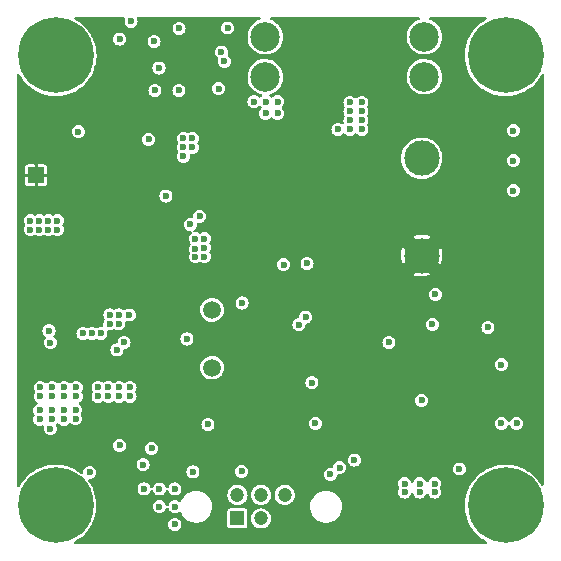
<source format=gbr>
%TF.GenerationSoftware,KiCad,Pcbnew,(6.0.4)*%
%TF.CreationDate,2023-01-27T10:26:39-05:00*%
%TF.ProjectId,charging_on_the_pad,63686172-6769-46e6-975f-6f6e5f746865,rev?*%
%TF.SameCoordinates,Original*%
%TF.FileFunction,Copper,L3,Inr*%
%TF.FilePolarity,Positive*%
%FSLAX46Y46*%
G04 Gerber Fmt 4.6, Leading zero omitted, Abs format (unit mm)*
G04 Created by KiCad (PCBNEW (6.0.4)) date 2023-01-27 10:26:39*
%MOMM*%
%LPD*%
G01*
G04 APERTURE LIST*
%TA.AperFunction,ComponentPad*%
%ADD10C,6.400000*%
%TD*%
%TA.AperFunction,ComponentPad*%
%ADD11R,1.200000X1.200000*%
%TD*%
%TA.AperFunction,ComponentPad*%
%ADD12C,1.200000*%
%TD*%
%TA.AperFunction,ComponentPad*%
%ADD13C,3.000000*%
%TD*%
%TA.AperFunction,ComponentPad*%
%ADD14R,1.350000X1.350000*%
%TD*%
%TA.AperFunction,ComponentPad*%
%ADD15C,2.500000*%
%TD*%
%TA.AperFunction,ComponentPad*%
%ADD16C,1.500000*%
%TD*%
%TA.AperFunction,ViaPad*%
%ADD17C,0.600000*%
%TD*%
G04 APERTURE END LIST*
D10*
%TO.N,N/C*%
%TO.C,H2*%
X165100000Y-127000000D03*
%TD*%
D11*
%TO.N,VCC*%
%TO.C,J2*%
X142400000Y-128100000D03*
D12*
%TO.N,+5V_PWR*%
X144400000Y-128100000D03*
%TO.N,GND*%
X146400000Y-128100000D03*
%TO.N,/CANH*%
X142400000Y-126100000D03*
%TO.N,/CANL*%
X144400000Y-126100000D03*
%TO.N,+24V*%
X146400000Y-126100000D03*
%TD*%
D13*
%TO.N,Net-(F1-Pad2)*%
%TO.C,J4*%
X158000000Y-97600000D03*
%TO.N,GND*%
X158000000Y-105850000D03*
%TD*%
D10*
%TO.N,N/C*%
%TO.C,H3*%
X127013126Y-88900000D03*
%TD*%
D14*
%TO.N,GND*%
%TO.C,TP7*%
X125350000Y-99050000D03*
%TD*%
D15*
%TO.N,+BATT*%
%TO.C,F1*%
X144765000Y-90700000D03*
X144765000Y-87300000D03*
%TO.N,Net-(F1-Pad2)*%
X158235000Y-87300000D03*
X158235000Y-90700000D03*
%TD*%
D10*
%TO.N,N/C*%
%TO.C,H1*%
X165100000Y-88900000D03*
%TD*%
%TO.N,N/C*%
%TO.C,H4*%
X127000000Y-127000000D03*
%TD*%
D16*
%TO.N,/OSC2*%
%TO.C,Y1*%
X140250000Y-110450000D03*
%TO.N,/OSC1*%
X140250000Y-115330000D03*
%TD*%
D17*
%TO.N,GND*%
X139100000Y-109400000D03*
X150876000Y-112979200D03*
X139000000Y-111200000D03*
X154750000Y-90000000D03*
X142342400Y-86056400D03*
X140400000Y-94200000D03*
X126592400Y-101556400D03*
X167750000Y-109500000D03*
X126592400Y-96556400D03*
X130300000Y-92950000D03*
X141700000Y-110500000D03*
X150368000Y-86868000D03*
X124100000Y-113300000D03*
X139000000Y-114600000D03*
X161000000Y-102750000D03*
X124092400Y-119500000D03*
X160750000Y-109250000D03*
X167750000Y-102306400D03*
X151900000Y-124450000D03*
X130092400Y-129806400D03*
X129842400Y-86056400D03*
X167284400Y-120040400D03*
X162000000Y-129250000D03*
X146900000Y-105600000D03*
X124092400Y-99056400D03*
X157378400Y-113309400D03*
X167750000Y-104806400D03*
X142392400Y-114960400D03*
X152250000Y-90000000D03*
X151000000Y-106000000D03*
X157049660Y-120906977D03*
X154842400Y-86056400D03*
X167750000Y-91750000D03*
X137439400Y-113792000D03*
X153500000Y-106000000D03*
X126847600Y-95097600D03*
X140087096Y-88429092D03*
X161250000Y-98250000D03*
X137500000Y-89400000D03*
X132592400Y-129806400D03*
X140900000Y-125700000D03*
X166014400Y-115087400D03*
X124092400Y-121556400D03*
X166776400Y-112928400D03*
X150368000Y-91186000D03*
X124092400Y-116300000D03*
X135128000Y-124206000D03*
X152250000Y-88000000D03*
X126608569Y-114191746D03*
X142700000Y-114000000D03*
X161250000Y-120450000D03*
X139725400Y-116818500D03*
X152250000Y-91750000D03*
X156912096Y-127817000D03*
X148700000Y-124400000D03*
X151739600Y-127406400D03*
X167750000Y-124056400D03*
X140411200Y-122580400D03*
X139200000Y-107400000D03*
X164250000Y-102750000D03*
X138950000Y-101550000D03*
X124092400Y-96556400D03*
X167750000Y-93556400D03*
X140092400Y-129806400D03*
X162092400Y-86056400D03*
X161250000Y-96000000D03*
X124092400Y-91556400D03*
X124092400Y-101556400D03*
X154750000Y-91750000D03*
X151485600Y-109829600D03*
X167750000Y-112000000D03*
X162750000Y-103250000D03*
X161000000Y-100500000D03*
X166000000Y-93500000D03*
X158500000Y-102750000D03*
X130300000Y-94800000D03*
X167750000Y-107000000D03*
X167750000Y-119056400D03*
X138100000Y-115100000D03*
X141700000Y-111900000D03*
X135092400Y-129806400D03*
X167750000Y-121556400D03*
X142700000Y-111900000D03*
X150368000Y-89052400D03*
X163500000Y-109250000D03*
X156000000Y-102750000D03*
X129743200Y-99009200D03*
X126592400Y-99056400D03*
X133248400Y-106451400D03*
X154750000Y-88000000D03*
X156000000Y-100500000D03*
X158500000Y-100500000D03*
X161250000Y-93750000D03*
X137464800Y-112064800D03*
X152342400Y-86056400D03*
X129000000Y-101400000D03*
X130400000Y-86600000D03*
X147218400Y-108864400D03*
X141700000Y-114000000D03*
X124092400Y-124056400D03*
X163500000Y-93500000D03*
X148750000Y-122250000D03*
X124714000Y-96215200D03*
X126542800Y-122529600D03*
X137592400Y-129806400D03*
%TO.N,+5V*%
X152300000Y-123150000D03*
X132200000Y-113824500D03*
X165760400Y-100355400D03*
X165760400Y-95275400D03*
X158902400Y-111658400D03*
X165760400Y-97815400D03*
X157838000Y-125150000D03*
X159100000Y-125861200D03*
X157838000Y-125861200D03*
X164744400Y-115087400D03*
X159100000Y-125150000D03*
X156550000Y-125150000D03*
X156550000Y-125861200D03*
X163601400Y-111912400D03*
X155219400Y-113182400D03*
X126550500Y-113216589D03*
%TO.N,Net-(C9-Pad1)*%
X135755823Y-89966629D03*
%TO.N,+BATT*%
X131470400Y-116992400D03*
X130600000Y-117754400D03*
X135127000Y-122175000D03*
X145800000Y-93800000D03*
X143800000Y-92800000D03*
X144800000Y-93800000D03*
X132384000Y-117762000D03*
X132384000Y-117000000D03*
X130600000Y-116992400D03*
X131470400Y-117754400D03*
X145800000Y-92800000D03*
X144800000Y-92800000D03*
X133300000Y-117762000D03*
X138125200Y-112903000D03*
X133300000Y-117000000D03*
%TO.N,+24V*%
X138582400Y-95910400D03*
X137820400Y-96672400D03*
X137820400Y-95910400D03*
X134874000Y-96012000D03*
X137820400Y-97434400D03*
X136342400Y-100806400D03*
X138582400Y-96672400D03*
%TO.N,VCC*%
X125668000Y-118938000D03*
X135800000Y-125600000D03*
X126684000Y-118938000D03*
X134500000Y-125600000D03*
X137100000Y-125600000D03*
X126556834Y-120500000D03*
X127700000Y-119700000D03*
X137100000Y-127100000D03*
X135800000Y-127100000D03*
X128700000Y-119662000D03*
X126684000Y-119700000D03*
X125668000Y-119700000D03*
X137100000Y-128600000D03*
X132435600Y-121920000D03*
X127700000Y-118938000D03*
X128700000Y-118900000D03*
%TO.N,Net-(C25-Pad1)*%
X138836400Y-104419400D03*
X138836400Y-105308400D03*
X139598400Y-105181400D03*
X139598400Y-105943400D03*
X138836400Y-105943400D03*
X139598400Y-104419400D03*
%TO.N,Net-(C24-Pad1)*%
X142748000Y-124104400D03*
%TO.N,Net-(C24-Pad2)*%
X138633200Y-124155200D03*
%TO.N,/Power/R_13V_P*%
X124866400Y-102895400D03*
X124866400Y-103657400D03*
X125628400Y-103657400D03*
X127152400Y-103657400D03*
X126390400Y-102895400D03*
X127152400Y-102895400D03*
X125628400Y-102895400D03*
X126390400Y-103657400D03*
%TO.N,+13V*%
X132359400Y-111622800D03*
X127734000Y-117754400D03*
X131597400Y-111622800D03*
X126718000Y-116992400D03*
X127734000Y-116992400D03*
X132359400Y-110860800D03*
X128750000Y-117754400D03*
X128750000Y-116992400D03*
X130835400Y-112420400D03*
X133248400Y-110860800D03*
X131597400Y-110860800D03*
X125702000Y-117754400D03*
X126718000Y-117754400D03*
X130073400Y-112420400D03*
X129311400Y-112420400D03*
X142798800Y-109855000D03*
X125702000Y-116992400D03*
%TO.N,/~{MCLR}*%
X159156400Y-109118400D03*
X151050000Y-123794402D03*
%TO.N,Net-(Q2-Pad1)*%
X141300000Y-89400000D03*
%TO.N,Net-(Q3-Pad1)*%
X134416800Y-123545600D03*
%TO.N,Net-(Q4-Pad1)*%
X129900000Y-124200000D03*
%TO.N,Net-(Q5-Pad3)*%
X161200000Y-123900000D03*
%TO.N,/BATT_VSENSE*%
X148300000Y-106500000D03*
%TO.N,/VSW_VSENSE*%
X146304000Y-106600000D03*
%TO.N,Net-(R18-Pad2)*%
X139903200Y-120142000D03*
X148700000Y-116600000D03*
%TO.N,/EN_5V*%
X148996400Y-120040400D03*
X150266400Y-124358400D03*
%TO.N,/CURR_13V*%
X126450000Y-112200000D03*
X132800000Y-113200000D03*
%TO.N,/CURR_5V*%
X158000000Y-118100000D03*
%TO.N,/CAN_TX*%
X147600000Y-111700000D03*
%TO.N,/CAN_RX*%
X148179400Y-111048800D03*
%TO.N,/CANH*%
X166039800Y-120040400D03*
%TO.N,/CANL*%
X164750000Y-120050000D03*
%TO.N,/Battery Charger/VIN*%
X137439400Y-91846400D03*
X140817600Y-91700000D03*
X135407400Y-91846400D03*
%TO.N,Net-(C7-Pad1)*%
X141050000Y-88600000D03*
%TO.N,/Battery Charger/VREF*%
X141579600Y-86563200D03*
X137464800Y-86614000D03*
%TO.N,/Battery Charger/CSB*%
X152933400Y-95148400D03*
X152933400Y-93624400D03*
X151917400Y-92862400D03*
X150901400Y-95148400D03*
X152933400Y-92862400D03*
X151917400Y-95148400D03*
X151917400Y-94386400D03*
X152933400Y-94386400D03*
X151917400Y-93624400D03*
%TO.N,/CHG_CURR*%
X139200000Y-102510000D03*
X132435350Y-87501785D03*
X128930400Y-95351600D03*
%TO.N,/n_CHG_EN*%
X138400000Y-103200000D03*
%TO.N,Net-(Q1-Pad3)*%
X135350000Y-87700000D03*
%TO.N,Net-(R10-Pad2)*%
X133400000Y-86000000D03*
%TD*%
%TA.AperFunction,Conductor*%
%TO.N,GND*%
G36*
X132837210Y-85649376D02*
G01*
X132883703Y-85703032D01*
X132893807Y-85773306D01*
X132885498Y-85803591D01*
X132873502Y-85832553D01*
X132863670Y-85856291D01*
X132844750Y-86000000D01*
X132863670Y-86143709D01*
X132919139Y-86277625D01*
X133007379Y-86392621D01*
X133122375Y-86480861D01*
X133256291Y-86536330D01*
X133400000Y-86555250D01*
X133543709Y-86536330D01*
X133677625Y-86480861D01*
X133792621Y-86392621D01*
X133880861Y-86277625D01*
X133936330Y-86143709D01*
X133955250Y-86000000D01*
X133936330Y-85856291D01*
X133926498Y-85832553D01*
X133914502Y-85803591D01*
X133906913Y-85733001D01*
X133938693Y-85669514D01*
X133999752Y-85633288D01*
X134030911Y-85629374D01*
X144255181Y-85629374D01*
X144323302Y-85649376D01*
X144369795Y-85703032D01*
X144379899Y-85773306D01*
X144350405Y-85837886D01*
X144294326Y-85875139D01*
X144181540Y-85912003D01*
X144176948Y-85914393D01*
X144176949Y-85914393D01*
X143996771Y-86008188D01*
X143962679Y-86025935D01*
X143958546Y-86029038D01*
X143958543Y-86029040D01*
X143769499Y-86170978D01*
X143765364Y-86174083D01*
X143594896Y-86352468D01*
X143591982Y-86356740D01*
X143591981Y-86356741D01*
X143567505Y-86392621D01*
X143455851Y-86556300D01*
X143429068Y-86614000D01*
X143366162Y-86749520D01*
X143351965Y-86780104D01*
X143286026Y-87017871D01*
X143259806Y-87263214D01*
X143260103Y-87268366D01*
X143260103Y-87268370D01*
X143270791Y-87453719D01*
X143274010Y-87509545D01*
X143275147Y-87514591D01*
X143275148Y-87514597D01*
X143286390Y-87564480D01*
X143328255Y-87750249D01*
X143421084Y-87978861D01*
X143550006Y-88189241D01*
X143711557Y-88375741D01*
X143901399Y-88533351D01*
X144114433Y-88657838D01*
X144119253Y-88659678D01*
X144119258Y-88659681D01*
X144233547Y-88703323D01*
X144344939Y-88745859D01*
X144350007Y-88746890D01*
X144350010Y-88746891D01*
X144469587Y-88771219D01*
X144586726Y-88795052D01*
X144591899Y-88795242D01*
X144591902Y-88795242D01*
X144828136Y-88803904D01*
X144828140Y-88803904D01*
X144833300Y-88804093D01*
X144838420Y-88803437D01*
X144838422Y-88803437D01*
X144923212Y-88792575D01*
X145078041Y-88772741D01*
X145082990Y-88771256D01*
X145082996Y-88771255D01*
X145309424Y-88703323D01*
X145309423Y-88703323D01*
X145314374Y-88701838D01*
X145418266Y-88650942D01*
X145531303Y-88595566D01*
X145531308Y-88595563D01*
X145535954Y-88593287D01*
X145540164Y-88590284D01*
X145540169Y-88590281D01*
X145732617Y-88453009D01*
X145732622Y-88453005D01*
X145736829Y-88450004D01*
X145911605Y-88275837D01*
X145964409Y-88202353D01*
X146052570Y-88079663D01*
X146055588Y-88075463D01*
X146061417Y-88063670D01*
X146109156Y-87967075D01*
X146164911Y-87854264D01*
X146185533Y-87786389D01*
X146235135Y-87623132D01*
X146235136Y-87623126D01*
X146236639Y-87618180D01*
X146259104Y-87447539D01*
X146268408Y-87376872D01*
X146268409Y-87376866D01*
X146268845Y-87373550D01*
X146269410Y-87350445D01*
X146270561Y-87303364D01*
X146270561Y-87303360D01*
X146270643Y-87300000D01*
X146259694Y-87166831D01*
X146250849Y-87059240D01*
X146250848Y-87059234D01*
X146250425Y-87054089D01*
X146190316Y-86814783D01*
X146103013Y-86614000D01*
X146093993Y-86593256D01*
X146093993Y-86593255D01*
X146091928Y-86588507D01*
X145957905Y-86381339D01*
X145931635Y-86352468D01*
X145905243Y-86323464D01*
X145791846Y-86198842D01*
X145787795Y-86195643D01*
X145787791Y-86195639D01*
X145602264Y-86049119D01*
X145602259Y-86049116D01*
X145598210Y-86045918D01*
X145593694Y-86043425D01*
X145593691Y-86043423D01*
X145386722Y-85929170D01*
X145386718Y-85929168D01*
X145382198Y-85926673D01*
X145377329Y-85924949D01*
X145377325Y-85924947D01*
X145233870Y-85874147D01*
X145176334Y-85832553D01*
X145150418Y-85766455D01*
X145164352Y-85696839D01*
X145213711Y-85645808D01*
X145275930Y-85629374D01*
X157725181Y-85629374D01*
X157793302Y-85649376D01*
X157839795Y-85703032D01*
X157849899Y-85773306D01*
X157820405Y-85837886D01*
X157764326Y-85875139D01*
X157651540Y-85912003D01*
X157646948Y-85914393D01*
X157646949Y-85914393D01*
X157466771Y-86008188D01*
X157432679Y-86025935D01*
X157428546Y-86029038D01*
X157428543Y-86029040D01*
X157239499Y-86170978D01*
X157235364Y-86174083D01*
X157064896Y-86352468D01*
X157061982Y-86356740D01*
X157061981Y-86356741D01*
X157037505Y-86392621D01*
X156925851Y-86556300D01*
X156899068Y-86614000D01*
X156836162Y-86749520D01*
X156821965Y-86780104D01*
X156756026Y-87017871D01*
X156729806Y-87263214D01*
X156730103Y-87268366D01*
X156730103Y-87268370D01*
X156740791Y-87453719D01*
X156744010Y-87509545D01*
X156745147Y-87514591D01*
X156745148Y-87514597D01*
X156756390Y-87564480D01*
X156798255Y-87750249D01*
X156891084Y-87978861D01*
X157020006Y-88189241D01*
X157181557Y-88375741D01*
X157371399Y-88533351D01*
X157584433Y-88657838D01*
X157589253Y-88659678D01*
X157589258Y-88659681D01*
X157703547Y-88703323D01*
X157814939Y-88745859D01*
X157820007Y-88746890D01*
X157820010Y-88746891D01*
X157939587Y-88771219D01*
X158056726Y-88795052D01*
X158061899Y-88795242D01*
X158061902Y-88795242D01*
X158298136Y-88803904D01*
X158298140Y-88803904D01*
X158303300Y-88804093D01*
X158308420Y-88803437D01*
X158308422Y-88803437D01*
X158393212Y-88792575D01*
X158548041Y-88772741D01*
X158552990Y-88771256D01*
X158552996Y-88771255D01*
X158779424Y-88703323D01*
X158779423Y-88703323D01*
X158784374Y-88701838D01*
X158888266Y-88650942D01*
X159001303Y-88595566D01*
X159001308Y-88595563D01*
X159005954Y-88593287D01*
X159010164Y-88590284D01*
X159010169Y-88590281D01*
X159202617Y-88453009D01*
X159202622Y-88453005D01*
X159206829Y-88450004D01*
X159381605Y-88275837D01*
X159434409Y-88202353D01*
X159522570Y-88079663D01*
X159525588Y-88075463D01*
X159531417Y-88063670D01*
X159579156Y-87967075D01*
X159634911Y-87854264D01*
X159655533Y-87786389D01*
X159705135Y-87623132D01*
X159705136Y-87623126D01*
X159706639Y-87618180D01*
X159729104Y-87447539D01*
X159738408Y-87376872D01*
X159738409Y-87376866D01*
X159738845Y-87373550D01*
X159739410Y-87350445D01*
X159740561Y-87303364D01*
X159740561Y-87303360D01*
X159740643Y-87300000D01*
X159729694Y-87166831D01*
X159720849Y-87059240D01*
X159720848Y-87059234D01*
X159720425Y-87054089D01*
X159660316Y-86814783D01*
X159573013Y-86614000D01*
X159563993Y-86593256D01*
X159563993Y-86593255D01*
X159561928Y-86588507D01*
X159427905Y-86381339D01*
X159401635Y-86352468D01*
X159375243Y-86323464D01*
X159261846Y-86198842D01*
X159257795Y-86195643D01*
X159257791Y-86195639D01*
X159072264Y-86049119D01*
X159072259Y-86049116D01*
X159068210Y-86045918D01*
X159063694Y-86043425D01*
X159063691Y-86043423D01*
X158856722Y-85929170D01*
X158856718Y-85929168D01*
X158852198Y-85926673D01*
X158847329Y-85924949D01*
X158847325Y-85924947D01*
X158703870Y-85874147D01*
X158646334Y-85832553D01*
X158620418Y-85766455D01*
X158634352Y-85696839D01*
X158683711Y-85645808D01*
X158745930Y-85629374D01*
X163389878Y-85629374D01*
X163457999Y-85649376D01*
X163504492Y-85703032D01*
X163514596Y-85773306D01*
X163485102Y-85837886D01*
X163454584Y-85863490D01*
X163167671Y-86035204D01*
X162869577Y-86260651D01*
X162597575Y-86516973D01*
X162595363Y-86519563D01*
X162595361Y-86519565D01*
X162536479Y-86588507D01*
X162354846Y-86801171D01*
X162352928Y-86803983D01*
X162352924Y-86803988D01*
X162148177Y-87104138D01*
X162144231Y-87109922D01*
X162142624Y-87112932D01*
X162142622Y-87112935D01*
X162083229Y-87224168D01*
X161968192Y-87439614D01*
X161966923Y-87442771D01*
X161966921Y-87442775D01*
X161962522Y-87453719D01*
X161828789Y-87786389D01*
X161827869Y-87789663D01*
X161827867Y-87789668D01*
X161728965Y-88141524D01*
X161727653Y-88146191D01*
X161727091Y-88149548D01*
X161727091Y-88149549D01*
X161689240Y-88375741D01*
X161665967Y-88514812D01*
X161644453Y-88887938D01*
X161663362Y-89261205D01*
X161663899Y-89264560D01*
X161663900Y-89264566D01*
X161671881Y-89314393D01*
X161722473Y-89630247D01*
X161821094Y-89990747D01*
X161958073Y-90338487D01*
X161959656Y-90341502D01*
X162130222Y-90666383D01*
X162130227Y-90666391D01*
X162131806Y-90669399D01*
X162340261Y-90979613D01*
X162580999Y-91265499D01*
X162851205Y-91523714D01*
X163147718Y-91751236D01*
X163188022Y-91775741D01*
X163464154Y-91943632D01*
X163464159Y-91943635D01*
X163467069Y-91945404D01*
X163470157Y-91946850D01*
X163470156Y-91946850D01*
X163802437Y-92102503D01*
X163802447Y-92102507D01*
X163805521Y-92103947D01*
X163808739Y-92105049D01*
X163808742Y-92105050D01*
X164155886Y-92223904D01*
X164155890Y-92223905D01*
X164159117Y-92225010D01*
X164162447Y-92225760D01*
X164162456Y-92225763D01*
X164420298Y-92283869D01*
X164523719Y-92307176D01*
X164527105Y-92307562D01*
X164527112Y-92307563D01*
X164891680Y-92349101D01*
X164891688Y-92349101D01*
X164895063Y-92349486D01*
X164898467Y-92349504D01*
X164898470Y-92349504D01*
X165101889Y-92350569D01*
X165268804Y-92351443D01*
X165272190Y-92351093D01*
X165272192Y-92351093D01*
X165637178Y-92313375D01*
X165637186Y-92313374D01*
X165640570Y-92313024D01*
X165643903Y-92312309D01*
X165643906Y-92312309D01*
X165823985Y-92273703D01*
X166006013Y-92234680D01*
X166360857Y-92117327D01*
X166700951Y-91962337D01*
X166703888Y-91960593D01*
X166703894Y-91960590D01*
X167019383Y-91773265D01*
X167022317Y-91771523D01*
X167321196Y-91547119D01*
X167594092Y-91291748D01*
X167837811Y-91008398D01*
X167948998Y-90846620D01*
X168047573Y-90703193D01*
X168047578Y-90703186D01*
X168049503Y-90700384D01*
X168051115Y-90697390D01*
X168051120Y-90697382D01*
X168133686Y-90544039D01*
X168183592Y-90493543D01*
X168252877Y-90478044D01*
X168319541Y-90502464D01*
X168362421Y-90559049D01*
X168370626Y-90603774D01*
X168370626Y-117840328D01*
X168370624Y-117841044D01*
X168328713Y-125217460D01*
X168308324Y-125285466D01*
X168254405Y-125331653D01*
X168184075Y-125341358D01*
X168119663Y-125311498D01*
X168091361Y-125275704D01*
X168078213Y-125250872D01*
X168062000Y-125220251D01*
X167852463Y-124910767D01*
X167610728Y-124625722D01*
X167601509Y-124616973D01*
X167342089Y-124370794D01*
X167342088Y-124370793D01*
X167339622Y-124368453D01*
X167118496Y-124200000D01*
X167045024Y-124144029D01*
X167045022Y-124144027D01*
X167042317Y-124141967D01*
X167039405Y-124140210D01*
X167039400Y-124140207D01*
X166725206Y-123950673D01*
X166725200Y-123950670D01*
X166722291Y-123948915D01*
X166445047Y-123820222D01*
X166386383Y-123792991D01*
X166386381Y-123792990D01*
X166383287Y-123791554D01*
X166029271Y-123671726D01*
X165664384Y-123590833D01*
X165533041Y-123576332D01*
X165296276Y-123550193D01*
X165296271Y-123550193D01*
X165292895Y-123549820D01*
X165289496Y-123549814D01*
X165289495Y-123549814D01*
X165112755Y-123549506D01*
X164919150Y-123549168D01*
X164780541Y-123563981D01*
X164550904Y-123588522D01*
X164550898Y-123588523D01*
X164547520Y-123588884D01*
X164544197Y-123589608D01*
X164544194Y-123589609D01*
X164491822Y-123601028D01*
X164182353Y-123668503D01*
X163827921Y-123787094D01*
X163824828Y-123788517D01*
X163824827Y-123788517D01*
X163769577Y-123813929D01*
X163488369Y-123943270D01*
X163485435Y-123945026D01*
X163485433Y-123945027D01*
X163459157Y-123960753D01*
X163167671Y-124135204D01*
X162869577Y-124360651D01*
X162731816Y-124490471D01*
X162620014Y-124595828D01*
X162597575Y-124616973D01*
X162595363Y-124619563D01*
X162595361Y-124619565D01*
X162576364Y-124641808D01*
X162354846Y-124901171D01*
X162352928Y-124903983D01*
X162352924Y-124903988D01*
X162185107Y-125150000D01*
X162144231Y-125209922D01*
X162142626Y-125212928D01*
X162142622Y-125212935D01*
X162010384Y-125460595D01*
X161968192Y-125539614D01*
X161966923Y-125542771D01*
X161966921Y-125542775D01*
X161905711Y-125695041D01*
X161828789Y-125886389D01*
X161827869Y-125889663D01*
X161827867Y-125889668D01*
X161731330Y-126233111D01*
X161727653Y-126246191D01*
X161727091Y-126249548D01*
X161727091Y-126249549D01*
X161697371Y-126427152D01*
X161665967Y-126614812D01*
X161644453Y-126987938D01*
X161644625Y-126991333D01*
X161644625Y-126991334D01*
X161658789Y-127270928D01*
X161663362Y-127361205D01*
X161663899Y-127364560D01*
X161663900Y-127364566D01*
X161696765Y-127569749D01*
X161722473Y-127730247D01*
X161821094Y-128090747D01*
X161958073Y-128438487D01*
X161967420Y-128456291D01*
X162130222Y-128766383D01*
X162130227Y-128766391D01*
X162131806Y-128769399D01*
X162340261Y-129079613D01*
X162580999Y-129365499D01*
X162851205Y-129623714D01*
X163147718Y-129851236D01*
X163183950Y-129873265D01*
X163453188Y-130036964D01*
X163501003Y-130089445D01*
X163512854Y-130159445D01*
X163484979Y-130224741D01*
X163426228Y-130264600D01*
X163387729Y-130270626D01*
X128709156Y-130270626D01*
X128641035Y-130250624D01*
X128594542Y-130196968D01*
X128584438Y-130126694D01*
X128613932Y-130062114D01*
X128644827Y-130036285D01*
X128919383Y-129873265D01*
X128922317Y-129871523D01*
X129221196Y-129647119D01*
X129494092Y-129391748D01*
X129737811Y-129108398D01*
X129871878Y-128913329D01*
X129947573Y-128803193D01*
X129947578Y-128803186D01*
X129949503Y-128800384D01*
X129951115Y-128797390D01*
X129951120Y-128797382D01*
X130057398Y-128600000D01*
X136544750Y-128600000D01*
X136563670Y-128743709D01*
X136619139Y-128877625D01*
X136707379Y-128992621D01*
X136822375Y-129080861D01*
X136956291Y-129136330D01*
X137100000Y-129155250D01*
X137243709Y-129136330D01*
X137377625Y-129080861D01*
X137492621Y-128992621D01*
X137580861Y-128877625D01*
X137636330Y-128743709D01*
X137638836Y-128724674D01*
X141549500Y-128724674D01*
X141564034Y-128797740D01*
X141570928Y-128808057D01*
X141570928Y-128808058D01*
X141592037Y-128839650D01*
X141619399Y-128880601D01*
X141702260Y-128935966D01*
X141775326Y-128950500D01*
X143024674Y-128950500D01*
X143097740Y-128935966D01*
X143180601Y-128880601D01*
X143207963Y-128839650D01*
X143229072Y-128808058D01*
X143229072Y-128808057D01*
X143235966Y-128797740D01*
X143250500Y-128724674D01*
X143250500Y-128100000D01*
X143544815Y-128100000D01*
X143545505Y-128106565D01*
X143556790Y-128213929D01*
X143563503Y-128277803D01*
X143618750Y-128447835D01*
X143622053Y-128453557D01*
X143622054Y-128453558D01*
X143628360Y-128464480D01*
X143708141Y-128602665D01*
X143712559Y-128607572D01*
X143712560Y-128607573D01*
X143817999Y-128724674D01*
X143827770Y-128735526D01*
X143833109Y-128739405D01*
X143912907Y-128797382D01*
X143972407Y-128840612D01*
X143978435Y-128843296D01*
X143978437Y-128843297D01*
X144039056Y-128870286D01*
X144135733Y-128913329D01*
X144209798Y-128929072D01*
X144304152Y-128949128D01*
X144304156Y-128949128D01*
X144310609Y-128950500D01*
X144489391Y-128950500D01*
X144495844Y-128949128D01*
X144495848Y-128949128D01*
X144590202Y-128929072D01*
X144664267Y-128913329D01*
X144760944Y-128870286D01*
X144821563Y-128843297D01*
X144821565Y-128843296D01*
X144827593Y-128840612D01*
X144887094Y-128797382D01*
X144966891Y-128739405D01*
X144972230Y-128735526D01*
X144982002Y-128724674D01*
X145087440Y-128607573D01*
X145087441Y-128607572D01*
X145091859Y-128602665D01*
X145171640Y-128464480D01*
X145177946Y-128453558D01*
X145177947Y-128453557D01*
X145181250Y-128447835D01*
X145236497Y-128277803D01*
X145243211Y-128213929D01*
X145254495Y-128106565D01*
X145255185Y-128100000D01*
X145241669Y-127971401D01*
X145237187Y-127928761D01*
X145237187Y-127928760D01*
X145236497Y-127922197D01*
X145181250Y-127752165D01*
X145091859Y-127597335D01*
X145074626Y-127578196D01*
X144976645Y-127469377D01*
X144976643Y-127469376D01*
X144972230Y-127464474D01*
X144942942Y-127443195D01*
X144832935Y-127363269D01*
X144832933Y-127363268D01*
X144827593Y-127359388D01*
X144821565Y-127356704D01*
X144821563Y-127356703D01*
X144670298Y-127289356D01*
X144670297Y-127289356D01*
X144664267Y-127286671D01*
X144576829Y-127268085D01*
X144495848Y-127250872D01*
X144495844Y-127250872D01*
X144489391Y-127249500D01*
X144310609Y-127249500D01*
X144304156Y-127250872D01*
X144304152Y-127250872D01*
X144223171Y-127268085D01*
X144135733Y-127286671D01*
X144129703Y-127289356D01*
X144129702Y-127289356D01*
X143978438Y-127356703D01*
X143978436Y-127356704D01*
X143972408Y-127359388D01*
X143967067Y-127363268D01*
X143967066Y-127363269D01*
X143915795Y-127400520D01*
X143827770Y-127464474D01*
X143823357Y-127469376D01*
X143823355Y-127469377D01*
X143725374Y-127578196D01*
X143708141Y-127597335D01*
X143618750Y-127752165D01*
X143563503Y-127922197D01*
X143562813Y-127928760D01*
X143562813Y-127928761D01*
X143558331Y-127971401D01*
X143544815Y-128100000D01*
X143250500Y-128100000D01*
X143250500Y-127475326D01*
X143235966Y-127402260D01*
X143209914Y-127363269D01*
X143187493Y-127329714D01*
X143180601Y-127319399D01*
X143097740Y-127264034D01*
X143024674Y-127249500D01*
X141775326Y-127249500D01*
X141702260Y-127264034D01*
X141619399Y-127319399D01*
X141612507Y-127329714D01*
X141590087Y-127363269D01*
X141564034Y-127402260D01*
X141549500Y-127475326D01*
X141549500Y-128724674D01*
X137638836Y-128724674D01*
X137655250Y-128600000D01*
X137636330Y-128456291D01*
X137580861Y-128322375D01*
X137492621Y-128207379D01*
X137377625Y-128119139D01*
X137243709Y-128063670D01*
X137100000Y-128044750D01*
X136956291Y-128063670D01*
X136822375Y-128119139D01*
X136707379Y-128207379D01*
X136619139Y-128322375D01*
X136563670Y-128456291D01*
X136544750Y-128600000D01*
X130057398Y-128600000D01*
X130125069Y-128474321D01*
X130126691Y-128471309D01*
X130267304Y-128125023D01*
X130269786Y-128116312D01*
X130366204Y-127777830D01*
X130369695Y-127765576D01*
X130403357Y-127568645D01*
X130432095Y-127400520D01*
X130432095Y-127400518D01*
X130432667Y-127397173D01*
X130433591Y-127382080D01*
X130450843Y-127100000D01*
X135244750Y-127100000D01*
X135263670Y-127243709D01*
X135319139Y-127377625D01*
X135407379Y-127492621D01*
X135522375Y-127580861D01*
X135656291Y-127636330D01*
X135800000Y-127655250D01*
X135943709Y-127636330D01*
X136077625Y-127580861D01*
X136192621Y-127492621D01*
X136280861Y-127377625D01*
X136333363Y-127250872D01*
X136333591Y-127250322D01*
X136378139Y-127195041D01*
X136445502Y-127172620D01*
X136514294Y-127190178D01*
X136562672Y-127242140D01*
X136566409Y-127250322D01*
X136566637Y-127250872D01*
X136619139Y-127377625D01*
X136707379Y-127492621D01*
X136822375Y-127580861D01*
X136956291Y-127636330D01*
X137100000Y-127655250D01*
X137243709Y-127636330D01*
X137377625Y-127580861D01*
X137410907Y-127555323D01*
X137441976Y-127531483D01*
X137508196Y-127505883D01*
X137577745Y-127520148D01*
X137628540Y-127569749D01*
X137632874Y-127578196D01*
X137713998Y-127752165D01*
X137725965Y-127777829D01*
X137861505Y-127971401D01*
X138028599Y-128138495D01*
X138222171Y-128274035D01*
X138227149Y-128276356D01*
X138227152Y-128276358D01*
X138342196Y-128330004D01*
X138436337Y-128373903D01*
X138441645Y-128375325D01*
X138441647Y-128375326D01*
X138659277Y-128433639D01*
X138664592Y-128435063D01*
X138767682Y-128444082D01*
X138838310Y-128450262D01*
X138838317Y-128450262D01*
X138841034Y-128450500D01*
X138958966Y-128450500D01*
X138961683Y-128450262D01*
X138961690Y-128450262D01*
X139032318Y-128444082D01*
X139135408Y-128435063D01*
X139140723Y-128433639D01*
X139358353Y-128375326D01*
X139358355Y-128375325D01*
X139363663Y-128373903D01*
X139457804Y-128330004D01*
X139572848Y-128276358D01*
X139572851Y-128276356D01*
X139577829Y-128274035D01*
X139771401Y-128138495D01*
X139938495Y-127971401D01*
X139941655Y-127966889D01*
X140070878Y-127782339D01*
X140070881Y-127782334D01*
X140074035Y-127777830D01*
X140076358Y-127772848D01*
X140076361Y-127772843D01*
X140171580Y-127568645D01*
X140171581Y-127568644D01*
X140173903Y-127563663D01*
X140192939Y-127492621D01*
X140233639Y-127340723D01*
X140233639Y-127340722D01*
X140235063Y-127335408D01*
X140255659Y-127100000D01*
X148544341Y-127100000D01*
X148564937Y-127335408D01*
X148566361Y-127340722D01*
X148566361Y-127340723D01*
X148607062Y-127492621D01*
X148626097Y-127563663D01*
X148628419Y-127568643D01*
X148628420Y-127568645D01*
X148713998Y-127752165D01*
X148725965Y-127777829D01*
X148861505Y-127971401D01*
X149028599Y-128138495D01*
X149222171Y-128274035D01*
X149227149Y-128276356D01*
X149227152Y-128276358D01*
X149342196Y-128330004D01*
X149436337Y-128373903D01*
X149441645Y-128375325D01*
X149441647Y-128375326D01*
X149659277Y-128433639D01*
X149664592Y-128435063D01*
X149767682Y-128444082D01*
X149838310Y-128450262D01*
X149838317Y-128450262D01*
X149841034Y-128450500D01*
X149958966Y-128450500D01*
X149961683Y-128450262D01*
X149961690Y-128450262D01*
X150032318Y-128444082D01*
X150135408Y-128435063D01*
X150140723Y-128433639D01*
X150358353Y-128375326D01*
X150358355Y-128375325D01*
X150363663Y-128373903D01*
X150457804Y-128330004D01*
X150572848Y-128276358D01*
X150572851Y-128276356D01*
X150577829Y-128274035D01*
X150771401Y-128138495D01*
X150938495Y-127971401D01*
X150941655Y-127966889D01*
X151070878Y-127782339D01*
X151070881Y-127782334D01*
X151074035Y-127777830D01*
X151076358Y-127772848D01*
X151076361Y-127772843D01*
X151171580Y-127568645D01*
X151171581Y-127568644D01*
X151173903Y-127563663D01*
X151192939Y-127492621D01*
X151233639Y-127340723D01*
X151233639Y-127340722D01*
X151235063Y-127335408D01*
X151255659Y-127100000D01*
X151235063Y-126864592D01*
X151223751Y-126822375D01*
X151175326Y-126641647D01*
X151175325Y-126641645D01*
X151173903Y-126636337D01*
X151169456Y-126626801D01*
X151076358Y-126427152D01*
X151076356Y-126427149D01*
X151074035Y-126422171D01*
X150938495Y-126228599D01*
X150771401Y-126061505D01*
X150577829Y-125925965D01*
X150572851Y-125923644D01*
X150572848Y-125923642D01*
X150438942Y-125861200D01*
X155994750Y-125861200D01*
X156013670Y-126004909D01*
X156069139Y-126138825D01*
X156157379Y-126253821D01*
X156272375Y-126342061D01*
X156406291Y-126397530D01*
X156550000Y-126416450D01*
X156693709Y-126397530D01*
X156827625Y-126342061D01*
X156942621Y-126253821D01*
X157030861Y-126138825D01*
X157034021Y-126131196D01*
X157034023Y-126131193D01*
X157077591Y-126026008D01*
X157122139Y-125970726D01*
X157189502Y-125948305D01*
X157258293Y-125965863D01*
X157306672Y-126017825D01*
X157310409Y-126026008D01*
X157353977Y-126131193D01*
X157353979Y-126131196D01*
X157357139Y-126138825D01*
X157445379Y-126253821D01*
X157560375Y-126342061D01*
X157694291Y-126397530D01*
X157838000Y-126416450D01*
X157981709Y-126397530D01*
X158115625Y-126342061D01*
X158230621Y-126253821D01*
X158318861Y-126138825D01*
X158322021Y-126131196D01*
X158322023Y-126131193D01*
X158352591Y-126057393D01*
X158397139Y-126002111D01*
X158464502Y-125979690D01*
X158533293Y-125997248D01*
X158581672Y-126049209D01*
X158585409Y-126057393D01*
X158615977Y-126131193D01*
X158615979Y-126131196D01*
X158619139Y-126138825D01*
X158707379Y-126253821D01*
X158822375Y-126342061D01*
X158956291Y-126397530D01*
X159100000Y-126416450D01*
X159243709Y-126397530D01*
X159377625Y-126342061D01*
X159492621Y-126253821D01*
X159580861Y-126138825D01*
X159636330Y-126004909D01*
X159655250Y-125861200D01*
X159636330Y-125717491D01*
X159580861Y-125583575D01*
X159575833Y-125577022D01*
X159571705Y-125569873D01*
X159574461Y-125568282D01*
X159554283Y-125516067D01*
X159568558Y-125446520D01*
X159571844Y-125441407D01*
X159571705Y-125441327D01*
X159575833Y-125434178D01*
X159580861Y-125427625D01*
X159636330Y-125293709D01*
X159655250Y-125150000D01*
X159636330Y-125006291D01*
X159580861Y-124872375D01*
X159492621Y-124757379D01*
X159377625Y-124669139D01*
X159243709Y-124613670D01*
X159100000Y-124594750D01*
X158956291Y-124613670D01*
X158822375Y-124669139D01*
X158707379Y-124757379D01*
X158619139Y-124872375D01*
X158615980Y-124880002D01*
X158615977Y-124880007D01*
X158585409Y-124953807D01*
X158540861Y-125009089D01*
X158473498Y-125031510D01*
X158404707Y-125013952D01*
X158356328Y-124961991D01*
X158352591Y-124953807D01*
X158322023Y-124880007D01*
X158322020Y-124880002D01*
X158318861Y-124872375D01*
X158230621Y-124757379D01*
X158115625Y-124669139D01*
X157981709Y-124613670D01*
X157838000Y-124594750D01*
X157694291Y-124613670D01*
X157560375Y-124669139D01*
X157445379Y-124757379D01*
X157357139Y-124872375D01*
X157353980Y-124880002D01*
X157353977Y-124880007D01*
X157310409Y-124985192D01*
X157265861Y-125040474D01*
X157198498Y-125062895D01*
X157129707Y-125045337D01*
X157081328Y-124993375D01*
X157077591Y-124985192D01*
X157034023Y-124880007D01*
X157034020Y-124880002D01*
X157030861Y-124872375D01*
X156942621Y-124757379D01*
X156827625Y-124669139D01*
X156693709Y-124613670D01*
X156550000Y-124594750D01*
X156406291Y-124613670D01*
X156272375Y-124669139D01*
X156157379Y-124757379D01*
X156069139Y-124872375D01*
X156013670Y-125006291D01*
X155994750Y-125150000D01*
X156013670Y-125293709D01*
X156069139Y-125427625D01*
X156074167Y-125434178D01*
X156078295Y-125441327D01*
X156075539Y-125442918D01*
X156095717Y-125495133D01*
X156081442Y-125564680D01*
X156078156Y-125569793D01*
X156078295Y-125569873D01*
X156074167Y-125577022D01*
X156069139Y-125583575D01*
X156013670Y-125717491D01*
X155994750Y-125861200D01*
X150438942Y-125861200D01*
X150368645Y-125828420D01*
X150368643Y-125828419D01*
X150363663Y-125826097D01*
X150358355Y-125824675D01*
X150358353Y-125824674D01*
X150140723Y-125766361D01*
X150140722Y-125766361D01*
X150135408Y-125764937D01*
X150032318Y-125755918D01*
X149961690Y-125749738D01*
X149961683Y-125749738D01*
X149958966Y-125749500D01*
X149841034Y-125749500D01*
X149838317Y-125749738D01*
X149838310Y-125749738D01*
X149767682Y-125755918D01*
X149664592Y-125764937D01*
X149659278Y-125766361D01*
X149659277Y-125766361D01*
X149441647Y-125824674D01*
X149441645Y-125824675D01*
X149436337Y-125826097D01*
X149431357Y-125828419D01*
X149431355Y-125828420D01*
X149227152Y-125923642D01*
X149227149Y-125923644D01*
X149222171Y-125925965D01*
X149028599Y-126061505D01*
X148861505Y-126228599D01*
X148858348Y-126233107D01*
X148858346Y-126233110D01*
X148843844Y-126253821D01*
X148725965Y-126422170D01*
X148723642Y-126427152D01*
X148723639Y-126427157D01*
X148630544Y-126626801D01*
X148626097Y-126636337D01*
X148624675Y-126641645D01*
X148624674Y-126641647D01*
X148576249Y-126822375D01*
X148564937Y-126864592D01*
X148544341Y-127100000D01*
X140255659Y-127100000D01*
X140235063Y-126864592D01*
X140223751Y-126822375D01*
X140175326Y-126641647D01*
X140175325Y-126641645D01*
X140173903Y-126636337D01*
X140169456Y-126626801D01*
X140076358Y-126427152D01*
X140076356Y-126427149D01*
X140074035Y-126422171D01*
X139938495Y-126228599D01*
X139809896Y-126100000D01*
X141544815Y-126100000D01*
X141545505Y-126106565D01*
X141558806Y-126233110D01*
X141563503Y-126277803D01*
X141565543Y-126284080D01*
X141565543Y-126284082D01*
X141595293Y-126375641D01*
X141618750Y-126447835D01*
X141708141Y-126602665D01*
X141712559Y-126607572D01*
X141712560Y-126607573D01*
X141772379Y-126674008D01*
X141827770Y-126735526D01*
X141972407Y-126840612D01*
X141978435Y-126843296D01*
X141978437Y-126843297D01*
X142129702Y-126910644D01*
X142135733Y-126913329D01*
X142223171Y-126931914D01*
X142304152Y-126949128D01*
X142304156Y-126949128D01*
X142310609Y-126950500D01*
X142489391Y-126950500D01*
X142495844Y-126949128D01*
X142495848Y-126949128D01*
X142576829Y-126931914D01*
X142664267Y-126913329D01*
X142670298Y-126910644D01*
X142821563Y-126843297D01*
X142821565Y-126843296D01*
X142827593Y-126840612D01*
X142972230Y-126735526D01*
X143027622Y-126674008D01*
X143087440Y-126607573D01*
X143087441Y-126607572D01*
X143091859Y-126602665D01*
X143181250Y-126447835D01*
X143204707Y-126375641D01*
X143234457Y-126284082D01*
X143234457Y-126284080D01*
X143236497Y-126277803D01*
X143241195Y-126233110D01*
X143254495Y-126106565D01*
X143255185Y-126100000D01*
X143544815Y-126100000D01*
X143545505Y-126106565D01*
X143558806Y-126233110D01*
X143563503Y-126277803D01*
X143565543Y-126284080D01*
X143565543Y-126284082D01*
X143595293Y-126375641D01*
X143618750Y-126447835D01*
X143708141Y-126602665D01*
X143712559Y-126607572D01*
X143712560Y-126607573D01*
X143772379Y-126674008D01*
X143827770Y-126735526D01*
X143972407Y-126840612D01*
X143978435Y-126843296D01*
X143978437Y-126843297D01*
X144129702Y-126910644D01*
X144135733Y-126913329D01*
X144223171Y-126931914D01*
X144304152Y-126949128D01*
X144304156Y-126949128D01*
X144310609Y-126950500D01*
X144489391Y-126950500D01*
X144495844Y-126949128D01*
X144495848Y-126949128D01*
X144576829Y-126931914D01*
X144664267Y-126913329D01*
X144670298Y-126910644D01*
X144821563Y-126843297D01*
X144821565Y-126843296D01*
X144827593Y-126840612D01*
X144972230Y-126735526D01*
X145027622Y-126674008D01*
X145087440Y-126607573D01*
X145087441Y-126607572D01*
X145091859Y-126602665D01*
X145181250Y-126447835D01*
X145204707Y-126375641D01*
X145234457Y-126284082D01*
X145234457Y-126284080D01*
X145236497Y-126277803D01*
X145241195Y-126233110D01*
X145254495Y-126106565D01*
X145255185Y-126100000D01*
X145544815Y-126100000D01*
X145545505Y-126106565D01*
X145558806Y-126233110D01*
X145563503Y-126277803D01*
X145565543Y-126284080D01*
X145565543Y-126284082D01*
X145595293Y-126375641D01*
X145618750Y-126447835D01*
X145708141Y-126602665D01*
X145712559Y-126607572D01*
X145712560Y-126607573D01*
X145772379Y-126674008D01*
X145827770Y-126735526D01*
X145972407Y-126840612D01*
X145978435Y-126843296D01*
X145978437Y-126843297D01*
X146129702Y-126910644D01*
X146135733Y-126913329D01*
X146223171Y-126931914D01*
X146304152Y-126949128D01*
X146304156Y-126949128D01*
X146310609Y-126950500D01*
X146489391Y-126950500D01*
X146495844Y-126949128D01*
X146495848Y-126949128D01*
X146576829Y-126931914D01*
X146664267Y-126913329D01*
X146670298Y-126910644D01*
X146821563Y-126843297D01*
X146821565Y-126843296D01*
X146827593Y-126840612D01*
X146972230Y-126735526D01*
X147027622Y-126674008D01*
X147087440Y-126607573D01*
X147087441Y-126607572D01*
X147091859Y-126602665D01*
X147181250Y-126447835D01*
X147204707Y-126375641D01*
X147234457Y-126284082D01*
X147234457Y-126284080D01*
X147236497Y-126277803D01*
X147241195Y-126233110D01*
X147254495Y-126106565D01*
X147255185Y-126100000D01*
X147245993Y-126012540D01*
X147237187Y-125928761D01*
X147237187Y-125928760D01*
X147236497Y-125922197D01*
X147229645Y-125901107D01*
X147204707Y-125824359D01*
X147181250Y-125752165D01*
X147162847Y-125720289D01*
X147095162Y-125603056D01*
X147091859Y-125597335D01*
X147086886Y-125591812D01*
X146976645Y-125469377D01*
X146976643Y-125469376D01*
X146972230Y-125464474D01*
X146911008Y-125419993D01*
X146832935Y-125363269D01*
X146832933Y-125363268D01*
X146827593Y-125359388D01*
X146821565Y-125356704D01*
X146821563Y-125356703D01*
X146670298Y-125289356D01*
X146670297Y-125289356D01*
X146664267Y-125286671D01*
X146576829Y-125268085D01*
X146495848Y-125250872D01*
X146495844Y-125250872D01*
X146489391Y-125249500D01*
X146310609Y-125249500D01*
X146304156Y-125250872D01*
X146304152Y-125250872D01*
X146223171Y-125268085D01*
X146135733Y-125286671D01*
X146129703Y-125289356D01*
X146129702Y-125289356D01*
X145978438Y-125356703D01*
X145978436Y-125356704D01*
X145972408Y-125359388D01*
X145967067Y-125363268D01*
X145967066Y-125363269D01*
X145878488Y-125427625D01*
X145827770Y-125464474D01*
X145823357Y-125469376D01*
X145823355Y-125469377D01*
X145713114Y-125591812D01*
X145708141Y-125597335D01*
X145704838Y-125603056D01*
X145637154Y-125720289D01*
X145618750Y-125752165D01*
X145595293Y-125824359D01*
X145570356Y-125901107D01*
X145563503Y-125922197D01*
X145562813Y-125928760D01*
X145562813Y-125928761D01*
X145554007Y-126012540D01*
X145544815Y-126100000D01*
X145255185Y-126100000D01*
X145245993Y-126012540D01*
X145237187Y-125928761D01*
X145237187Y-125928760D01*
X145236497Y-125922197D01*
X145229645Y-125901107D01*
X145204707Y-125824359D01*
X145181250Y-125752165D01*
X145162847Y-125720289D01*
X145095162Y-125603056D01*
X145091859Y-125597335D01*
X145086886Y-125591812D01*
X144976645Y-125469377D01*
X144976643Y-125469376D01*
X144972230Y-125464474D01*
X144911008Y-125419993D01*
X144832935Y-125363269D01*
X144832933Y-125363268D01*
X144827593Y-125359388D01*
X144821565Y-125356704D01*
X144821563Y-125356703D01*
X144670298Y-125289356D01*
X144670297Y-125289356D01*
X144664267Y-125286671D01*
X144576829Y-125268085D01*
X144495848Y-125250872D01*
X144495844Y-125250872D01*
X144489391Y-125249500D01*
X144310609Y-125249500D01*
X144304156Y-125250872D01*
X144304152Y-125250872D01*
X144223171Y-125268085D01*
X144135733Y-125286671D01*
X144129703Y-125289356D01*
X144129702Y-125289356D01*
X143978438Y-125356703D01*
X143978436Y-125356704D01*
X143972408Y-125359388D01*
X143967067Y-125363268D01*
X143967066Y-125363269D01*
X143878488Y-125427625D01*
X143827770Y-125464474D01*
X143823357Y-125469376D01*
X143823355Y-125469377D01*
X143713114Y-125591812D01*
X143708141Y-125597335D01*
X143704838Y-125603056D01*
X143637154Y-125720289D01*
X143618750Y-125752165D01*
X143595293Y-125824359D01*
X143570356Y-125901107D01*
X143563503Y-125922197D01*
X143562813Y-125928760D01*
X143562813Y-125928761D01*
X143554007Y-126012540D01*
X143544815Y-126100000D01*
X143255185Y-126100000D01*
X143245993Y-126012540D01*
X143237187Y-125928761D01*
X143237187Y-125928760D01*
X143236497Y-125922197D01*
X143229645Y-125901107D01*
X143204707Y-125824359D01*
X143181250Y-125752165D01*
X143162847Y-125720289D01*
X143095162Y-125603056D01*
X143091859Y-125597335D01*
X143086886Y-125591812D01*
X142976645Y-125469377D01*
X142976643Y-125469376D01*
X142972230Y-125464474D01*
X142911008Y-125419993D01*
X142832935Y-125363269D01*
X142832933Y-125363268D01*
X142827593Y-125359388D01*
X142821565Y-125356704D01*
X142821563Y-125356703D01*
X142670298Y-125289356D01*
X142670297Y-125289356D01*
X142664267Y-125286671D01*
X142576829Y-125268085D01*
X142495848Y-125250872D01*
X142495844Y-125250872D01*
X142489391Y-125249500D01*
X142310609Y-125249500D01*
X142304156Y-125250872D01*
X142304152Y-125250872D01*
X142223171Y-125268085D01*
X142135733Y-125286671D01*
X142129703Y-125289356D01*
X142129702Y-125289356D01*
X141978438Y-125356703D01*
X141978436Y-125356704D01*
X141972408Y-125359388D01*
X141967067Y-125363268D01*
X141967066Y-125363269D01*
X141878488Y-125427625D01*
X141827770Y-125464474D01*
X141823357Y-125469376D01*
X141823355Y-125469377D01*
X141713114Y-125591812D01*
X141708141Y-125597335D01*
X141704838Y-125603056D01*
X141637154Y-125720289D01*
X141618750Y-125752165D01*
X141595293Y-125824359D01*
X141570356Y-125901107D01*
X141563503Y-125922197D01*
X141562813Y-125928760D01*
X141562813Y-125928761D01*
X141554007Y-126012540D01*
X141544815Y-126100000D01*
X139809896Y-126100000D01*
X139771401Y-126061505D01*
X139577829Y-125925965D01*
X139572851Y-125923644D01*
X139572848Y-125923642D01*
X139368645Y-125828420D01*
X139368643Y-125828419D01*
X139363663Y-125826097D01*
X139358355Y-125824675D01*
X139358353Y-125824674D01*
X139140723Y-125766361D01*
X139140722Y-125766361D01*
X139135408Y-125764937D01*
X139032318Y-125755918D01*
X138961690Y-125749738D01*
X138961683Y-125749738D01*
X138958966Y-125749500D01*
X138841034Y-125749500D01*
X138838317Y-125749738D01*
X138838310Y-125749738D01*
X138767682Y-125755918D01*
X138664592Y-125764937D01*
X138659278Y-125766361D01*
X138659277Y-125766361D01*
X138441647Y-125824674D01*
X138441645Y-125824675D01*
X138436337Y-125826097D01*
X138431357Y-125828419D01*
X138431355Y-125828420D01*
X138227152Y-125923642D01*
X138227149Y-125923644D01*
X138222171Y-125925965D01*
X138028599Y-126061505D01*
X137861505Y-126228599D01*
X137858348Y-126233107D01*
X137858346Y-126233110D01*
X137843844Y-126253821D01*
X137725965Y-126422170D01*
X137723642Y-126427152D01*
X137723639Y-126427157D01*
X137713997Y-126447835D01*
X137637704Y-126611447D01*
X137632874Y-126621804D01*
X137585957Y-126675089D01*
X137517679Y-126694550D01*
X137449719Y-126674008D01*
X137441976Y-126668517D01*
X137393545Y-126631355D01*
X137377625Y-126619139D01*
X137243709Y-126563670D01*
X137100000Y-126544750D01*
X136956291Y-126563670D01*
X136822375Y-126619139D01*
X136707379Y-126707379D01*
X136619139Y-126822375D01*
X136599383Y-126870072D01*
X136566409Y-126949678D01*
X136521861Y-127004959D01*
X136454498Y-127027380D01*
X136385706Y-127009822D01*
X136337328Y-126957860D01*
X136333591Y-126949678D01*
X136300617Y-126870072D01*
X136280861Y-126822375D01*
X136192621Y-126707379D01*
X136077625Y-126619139D01*
X135943709Y-126563670D01*
X135800000Y-126544750D01*
X135656291Y-126563670D01*
X135522375Y-126619139D01*
X135407379Y-126707379D01*
X135319139Y-126822375D01*
X135263670Y-126956291D01*
X135244750Y-127100000D01*
X130450843Y-127100000D01*
X130451344Y-127091812D01*
X130455484Y-127024124D01*
X130455568Y-127000000D01*
X130435356Y-126626801D01*
X130374957Y-126257967D01*
X130275078Y-125897814D01*
X130271837Y-125889668D01*
X130156563Y-125600000D01*
X133944750Y-125600000D01*
X133963670Y-125743709D01*
X134019139Y-125877625D01*
X134107379Y-125992621D01*
X134222375Y-126080861D01*
X134356291Y-126136330D01*
X134500000Y-126155250D01*
X134643709Y-126136330D01*
X134777625Y-126080861D01*
X134892621Y-125992621D01*
X134980861Y-125877625D01*
X135031017Y-125756537D01*
X135033591Y-125750322D01*
X135078139Y-125695041D01*
X135145502Y-125672620D01*
X135214294Y-125690178D01*
X135262672Y-125742140D01*
X135266409Y-125750322D01*
X135268983Y-125756537D01*
X135319139Y-125877625D01*
X135407379Y-125992621D01*
X135522375Y-126080861D01*
X135656291Y-126136330D01*
X135800000Y-126155250D01*
X135943709Y-126136330D01*
X136077625Y-126080861D01*
X136192621Y-125992621D01*
X136280861Y-125877625D01*
X136331017Y-125756537D01*
X136333591Y-125750322D01*
X136378139Y-125695041D01*
X136445502Y-125672620D01*
X136514294Y-125690178D01*
X136562672Y-125742140D01*
X136566409Y-125750322D01*
X136568983Y-125756537D01*
X136619139Y-125877625D01*
X136707379Y-125992621D01*
X136822375Y-126080861D01*
X136956291Y-126136330D01*
X137100000Y-126155250D01*
X137243709Y-126136330D01*
X137377625Y-126080861D01*
X137492621Y-125992621D01*
X137580861Y-125877625D01*
X137636330Y-125743709D01*
X137655250Y-125600000D01*
X137636330Y-125456291D01*
X137580861Y-125322375D01*
X137492621Y-125207379D01*
X137377625Y-125119139D01*
X137243709Y-125063670D01*
X137100000Y-125044750D01*
X136956291Y-125063670D01*
X136822375Y-125119139D01*
X136707379Y-125207379D01*
X136619139Y-125322375D01*
X136587946Y-125397682D01*
X136566409Y-125449678D01*
X136521861Y-125504959D01*
X136454498Y-125527380D01*
X136385706Y-125509822D01*
X136337328Y-125457860D01*
X136333591Y-125449678D01*
X136312054Y-125397682D01*
X136280861Y-125322375D01*
X136192621Y-125207379D01*
X136077625Y-125119139D01*
X135943709Y-125063670D01*
X135800000Y-125044750D01*
X135656291Y-125063670D01*
X135522375Y-125119139D01*
X135407379Y-125207379D01*
X135319139Y-125322375D01*
X135287946Y-125397682D01*
X135266409Y-125449678D01*
X135221861Y-125504959D01*
X135154498Y-125527380D01*
X135085706Y-125509822D01*
X135037328Y-125457860D01*
X135033591Y-125449678D01*
X135012054Y-125397682D01*
X134980861Y-125322375D01*
X134892621Y-125207379D01*
X134777625Y-125119139D01*
X134643709Y-125063670D01*
X134500000Y-125044750D01*
X134356291Y-125063670D01*
X134222375Y-125119139D01*
X134107379Y-125207379D01*
X134019139Y-125322375D01*
X133963670Y-125456291D01*
X133944750Y-125600000D01*
X130156563Y-125600000D01*
X130150027Y-125583575D01*
X130136887Y-125550555D01*
X130007733Y-125306625D01*
X129963595Y-125223263D01*
X129963591Y-125223256D01*
X129962000Y-125220251D01*
X129960095Y-125217437D01*
X129960087Y-125217424D01*
X129779577Y-124950813D01*
X129757948Y-124883191D01*
X129776312Y-124814610D01*
X129828839Y-124766845D01*
X129883912Y-124754172D01*
X129891812Y-124754172D01*
X129900000Y-124755250D01*
X130043709Y-124736330D01*
X130177625Y-124680861D01*
X130292621Y-124592621D01*
X130380861Y-124477625D01*
X130436330Y-124343709D01*
X130455250Y-124200000D01*
X130449352Y-124155200D01*
X138077950Y-124155200D01*
X138096870Y-124298909D01*
X138152339Y-124432825D01*
X138240579Y-124547821D01*
X138355575Y-124636061D01*
X138489491Y-124691530D01*
X138633200Y-124710450D01*
X138776909Y-124691530D01*
X138910825Y-124636061D01*
X139025821Y-124547821D01*
X139114061Y-124432825D01*
X139169530Y-124298909D01*
X139188450Y-124155200D01*
X139181762Y-124104400D01*
X142192750Y-124104400D01*
X142211670Y-124248109D01*
X142267139Y-124382025D01*
X142355379Y-124497021D01*
X142470375Y-124585261D01*
X142604291Y-124640730D01*
X142748000Y-124659650D01*
X142891709Y-124640730D01*
X143025625Y-124585261D01*
X143140621Y-124497021D01*
X143228861Y-124382025D01*
X143238647Y-124358400D01*
X149711150Y-124358400D01*
X149730070Y-124502109D01*
X149785539Y-124636025D01*
X149873779Y-124751021D01*
X149988775Y-124839261D01*
X150122691Y-124894730D01*
X150266400Y-124913650D01*
X150410109Y-124894730D01*
X150544025Y-124839261D01*
X150659021Y-124751021D01*
X150747261Y-124636025D01*
X150802730Y-124502109D01*
X150810226Y-124445172D01*
X150838949Y-124380245D01*
X150898214Y-124341154D01*
X150951594Y-124336697D01*
X151041811Y-124348574D01*
X151041812Y-124348574D01*
X151050000Y-124349652D01*
X151193709Y-124330732D01*
X151327625Y-124275263D01*
X151442621Y-124187023D01*
X151530861Y-124072027D01*
X151586330Y-123938111D01*
X151591348Y-123900000D01*
X160644750Y-123900000D01*
X160663670Y-124043709D01*
X160719139Y-124177625D01*
X160807379Y-124292621D01*
X160922375Y-124380861D01*
X161056291Y-124436330D01*
X161200000Y-124455250D01*
X161343709Y-124436330D01*
X161477625Y-124380861D01*
X161592621Y-124292621D01*
X161680861Y-124177625D01*
X161736330Y-124043709D01*
X161755250Y-123900000D01*
X161736330Y-123756291D01*
X161680861Y-123622375D01*
X161592621Y-123507379D01*
X161477625Y-123419139D01*
X161343709Y-123363670D01*
X161200000Y-123344750D01*
X161056291Y-123363670D01*
X160922375Y-123419139D01*
X160807379Y-123507379D01*
X160719139Y-123622375D01*
X160663670Y-123756291D01*
X160644750Y-123900000D01*
X151591348Y-123900000D01*
X151605250Y-123794402D01*
X151586330Y-123650693D01*
X151530861Y-123516777D01*
X151442621Y-123401781D01*
X151327625Y-123313541D01*
X151193709Y-123258072D01*
X151050000Y-123239152D01*
X150906291Y-123258072D01*
X150772375Y-123313541D01*
X150657379Y-123401781D01*
X150569139Y-123516777D01*
X150513670Y-123650693D01*
X150511962Y-123663670D01*
X150506174Y-123707630D01*
X150477451Y-123772557D01*
X150418186Y-123811648D01*
X150364806Y-123816105D01*
X150274589Y-123804228D01*
X150274588Y-123804228D01*
X150266400Y-123803150D01*
X150122691Y-123822070D01*
X149988775Y-123877539D01*
X149873779Y-123965779D01*
X149785539Y-124080775D01*
X149730070Y-124214691D01*
X149711150Y-124358400D01*
X143238647Y-124358400D01*
X143284330Y-124248109D01*
X143303250Y-124104400D01*
X143284330Y-123960691D01*
X143228861Y-123826775D01*
X143140621Y-123711779D01*
X143025625Y-123623539D01*
X142891709Y-123568070D01*
X142748000Y-123549150D01*
X142604291Y-123568070D01*
X142470375Y-123623539D01*
X142355379Y-123711779D01*
X142267139Y-123826775D01*
X142211670Y-123960691D01*
X142192750Y-124104400D01*
X139181762Y-124104400D01*
X139169530Y-124011491D01*
X139114061Y-123877575D01*
X139025821Y-123762579D01*
X138910825Y-123674339D01*
X138776909Y-123618870D01*
X138633200Y-123599950D01*
X138489491Y-123618870D01*
X138355575Y-123674339D01*
X138240579Y-123762579D01*
X138152339Y-123877575D01*
X138096870Y-124011491D01*
X138077950Y-124155200D01*
X130449352Y-124155200D01*
X130436330Y-124056291D01*
X130380861Y-123922375D01*
X130292621Y-123807379D01*
X130177625Y-123719139D01*
X130043709Y-123663670D01*
X129900000Y-123644750D01*
X129756291Y-123663670D01*
X129622375Y-123719139D01*
X129507379Y-123807379D01*
X129419139Y-123922375D01*
X129363670Y-124056291D01*
X129344750Y-124200000D01*
X129344368Y-124199950D01*
X129325826Y-124263098D01*
X129272170Y-124309591D01*
X129201896Y-124319695D01*
X129143473Y-124295207D01*
X128945024Y-124144029D01*
X128945022Y-124144027D01*
X128942317Y-124141967D01*
X128939405Y-124140210D01*
X128939400Y-124140207D01*
X128625206Y-123950673D01*
X128625200Y-123950670D01*
X128622291Y-123948915D01*
X128345047Y-123820222D01*
X128286383Y-123792991D01*
X128286381Y-123792990D01*
X128283287Y-123791554D01*
X127929271Y-123671726D01*
X127564384Y-123590833D01*
X127433041Y-123576332D01*
X127196276Y-123550193D01*
X127196271Y-123550193D01*
X127192895Y-123549820D01*
X127189496Y-123549814D01*
X127189495Y-123549814D01*
X127012755Y-123549506D01*
X126819150Y-123549168D01*
X126680541Y-123563981D01*
X126450904Y-123588522D01*
X126450898Y-123588523D01*
X126447520Y-123588884D01*
X126444197Y-123589608D01*
X126444194Y-123589609D01*
X126391822Y-123601028D01*
X126082353Y-123668503D01*
X125727921Y-123787094D01*
X125724828Y-123788517D01*
X125724827Y-123788517D01*
X125669577Y-123813929D01*
X125388369Y-123943270D01*
X125385435Y-123945026D01*
X125385433Y-123945027D01*
X125359157Y-123960753D01*
X125067671Y-124135204D01*
X124769577Y-124360651D01*
X124631816Y-124490471D01*
X124520014Y-124595828D01*
X124497575Y-124616973D01*
X124495363Y-124619563D01*
X124495361Y-124619565D01*
X124476364Y-124641808D01*
X124254846Y-124901171D01*
X124252928Y-124903983D01*
X124252924Y-124903988D01*
X124085107Y-125150000D01*
X124044231Y-125209922D01*
X123971470Y-125346193D01*
X123966522Y-125355459D01*
X123916792Y-125406128D01*
X123847562Y-125421869D01*
X123780813Y-125397682D01*
X123737736Y-125341247D01*
X123729374Y-125296111D01*
X123729374Y-123545600D01*
X133861550Y-123545600D01*
X133880470Y-123689309D01*
X133935939Y-123823225D01*
X134024179Y-123938221D01*
X134139175Y-124026461D01*
X134273091Y-124081930D01*
X134416800Y-124100850D01*
X134560509Y-124081930D01*
X134694425Y-124026461D01*
X134809421Y-123938221D01*
X134897661Y-123823225D01*
X134953130Y-123689309D01*
X134972050Y-123545600D01*
X134953130Y-123401891D01*
X134897661Y-123267975D01*
X134809421Y-123152979D01*
X134805539Y-123150000D01*
X151744750Y-123150000D01*
X151763670Y-123293709D01*
X151819139Y-123427625D01*
X151907379Y-123542621D01*
X152022375Y-123630861D01*
X152156291Y-123686330D01*
X152300000Y-123705250D01*
X152443709Y-123686330D01*
X152577625Y-123630861D01*
X152692621Y-123542621D01*
X152780861Y-123427625D01*
X152836330Y-123293709D01*
X152855250Y-123150000D01*
X152836330Y-123006291D01*
X152780861Y-122872375D01*
X152692621Y-122757379D01*
X152577625Y-122669139D01*
X152443709Y-122613670D01*
X152300000Y-122594750D01*
X152156291Y-122613670D01*
X152022375Y-122669139D01*
X151907379Y-122757379D01*
X151819139Y-122872375D01*
X151763670Y-123006291D01*
X151744750Y-123150000D01*
X134805539Y-123150000D01*
X134694425Y-123064739D01*
X134560509Y-123009270D01*
X134416800Y-122990350D01*
X134273091Y-123009270D01*
X134139175Y-123064739D01*
X134024179Y-123152979D01*
X133935939Y-123267975D01*
X133880470Y-123401891D01*
X133861550Y-123545600D01*
X123729374Y-123545600D01*
X123729374Y-121920000D01*
X131880350Y-121920000D01*
X131899270Y-122063709D01*
X131954739Y-122197625D01*
X132042979Y-122312621D01*
X132157975Y-122400861D01*
X132291891Y-122456330D01*
X132435600Y-122475250D01*
X132579309Y-122456330D01*
X132713225Y-122400861D01*
X132828221Y-122312621D01*
X132916461Y-122197625D01*
X132925832Y-122175000D01*
X134571750Y-122175000D01*
X134590670Y-122318709D01*
X134646139Y-122452625D01*
X134734379Y-122567621D01*
X134849375Y-122655861D01*
X134983291Y-122711330D01*
X135127000Y-122730250D01*
X135270709Y-122711330D01*
X135404625Y-122655861D01*
X135519621Y-122567621D01*
X135607861Y-122452625D01*
X135663330Y-122318709D01*
X135682250Y-122175000D01*
X135663330Y-122031291D01*
X135607861Y-121897375D01*
X135519621Y-121782379D01*
X135404625Y-121694139D01*
X135270709Y-121638670D01*
X135127000Y-121619750D01*
X134983291Y-121638670D01*
X134849375Y-121694139D01*
X134734379Y-121782379D01*
X134646139Y-121897375D01*
X134590670Y-122031291D01*
X134571750Y-122175000D01*
X132925832Y-122175000D01*
X132971930Y-122063709D01*
X132990850Y-121920000D01*
X132971930Y-121776291D01*
X132916461Y-121642375D01*
X132828221Y-121527379D01*
X132713225Y-121439139D01*
X132579309Y-121383670D01*
X132435600Y-121364750D01*
X132291891Y-121383670D01*
X132157975Y-121439139D01*
X132042979Y-121527379D01*
X131954739Y-121642375D01*
X131899270Y-121776291D01*
X131880350Y-121920000D01*
X123729374Y-121920000D01*
X123729374Y-119700000D01*
X125112750Y-119700000D01*
X125131670Y-119843709D01*
X125187139Y-119977625D01*
X125275379Y-120092621D01*
X125390375Y-120180861D01*
X125524291Y-120236330D01*
X125668000Y-120255250D01*
X125811709Y-120236330D01*
X125828011Y-120229578D01*
X125847931Y-120221327D01*
X125918521Y-120213739D01*
X125982007Y-120245520D01*
X126018234Y-120306579D01*
X126017934Y-120355953D01*
X126020504Y-120356291D01*
X126001584Y-120500000D01*
X126020504Y-120643709D01*
X126075973Y-120777625D01*
X126164213Y-120892621D01*
X126279209Y-120980861D01*
X126413125Y-121036330D01*
X126556834Y-121055250D01*
X126700543Y-121036330D01*
X126834459Y-120980861D01*
X126949455Y-120892621D01*
X127037695Y-120777625D01*
X127093164Y-120643709D01*
X127112084Y-120500000D01*
X127093164Y-120356291D01*
X127084005Y-120334178D01*
X127042864Y-120234852D01*
X127035275Y-120164262D01*
X127070156Y-120097582D01*
X127076621Y-120092621D01*
X127092040Y-120072527D01*
X127149375Y-120030662D01*
X127220246Y-120026440D01*
X127282149Y-120061204D01*
X127291952Y-120072517D01*
X127307379Y-120092621D01*
X127422375Y-120180861D01*
X127556291Y-120236330D01*
X127700000Y-120255250D01*
X127843709Y-120236330D01*
X127977625Y-120180861D01*
X128092621Y-120092621D01*
X128115560Y-120062726D01*
X128172897Y-120020859D01*
X128243768Y-120016637D01*
X128303701Y-120049828D01*
X128307379Y-120054621D01*
X128422375Y-120142861D01*
X128556291Y-120198330D01*
X128700000Y-120217250D01*
X128843709Y-120198330D01*
X128977625Y-120142861D01*
X128978747Y-120142000D01*
X139347950Y-120142000D01*
X139366870Y-120285709D01*
X139422339Y-120419625D01*
X139510579Y-120534621D01*
X139625575Y-120622861D01*
X139759491Y-120678330D01*
X139903200Y-120697250D01*
X140046909Y-120678330D01*
X140180825Y-120622861D01*
X140295821Y-120534621D01*
X140384061Y-120419625D01*
X140439530Y-120285709D01*
X140458450Y-120142000D01*
X140445074Y-120040400D01*
X148441150Y-120040400D01*
X148460070Y-120184109D01*
X148515539Y-120318025D01*
X148603779Y-120433021D01*
X148718775Y-120521261D01*
X148852691Y-120576730D01*
X148996400Y-120595650D01*
X149140109Y-120576730D01*
X149274025Y-120521261D01*
X149389021Y-120433021D01*
X149477261Y-120318025D01*
X149532730Y-120184109D01*
X149550386Y-120050000D01*
X164194750Y-120050000D01*
X164213670Y-120193709D01*
X164269139Y-120327625D01*
X164357379Y-120442621D01*
X164472375Y-120530861D01*
X164606291Y-120586330D01*
X164750000Y-120605250D01*
X164893709Y-120586330D01*
X165027625Y-120530861D01*
X165142621Y-120442621D01*
X165230861Y-120327625D01*
X165234021Y-120319996D01*
X165234023Y-120319993D01*
X165280479Y-120207835D01*
X165325027Y-120152554D01*
X165392390Y-120130132D01*
X165461181Y-120147690D01*
X165509560Y-120199651D01*
X165513297Y-120207834D01*
X165558939Y-120318025D01*
X165647179Y-120433021D01*
X165762175Y-120521261D01*
X165896091Y-120576730D01*
X166039800Y-120595650D01*
X166183509Y-120576730D01*
X166317425Y-120521261D01*
X166432421Y-120433021D01*
X166520661Y-120318025D01*
X166576130Y-120184109D01*
X166595050Y-120040400D01*
X166576130Y-119896691D01*
X166520661Y-119762775D01*
X166432421Y-119647779D01*
X166317425Y-119559539D01*
X166183509Y-119504070D01*
X166039800Y-119485150D01*
X165896091Y-119504070D01*
X165762175Y-119559539D01*
X165647179Y-119647779D01*
X165558939Y-119762775D01*
X165555780Y-119770402D01*
X165555777Y-119770407D01*
X165509321Y-119882565D01*
X165464773Y-119937846D01*
X165397410Y-119960268D01*
X165328619Y-119942710D01*
X165280240Y-119890749D01*
X165276503Y-119882566D01*
X165234021Y-119780005D01*
X165230861Y-119772375D01*
X165142621Y-119657379D01*
X165027625Y-119569139D01*
X164893709Y-119513670D01*
X164750000Y-119494750D01*
X164606291Y-119513670D01*
X164472375Y-119569139D01*
X164357379Y-119657379D01*
X164269139Y-119772375D01*
X164213670Y-119906291D01*
X164194750Y-120050000D01*
X149550386Y-120050000D01*
X149551650Y-120040400D01*
X149532730Y-119896691D01*
X149477261Y-119762775D01*
X149389021Y-119647779D01*
X149274025Y-119559539D01*
X149140109Y-119504070D01*
X148996400Y-119485150D01*
X148852691Y-119504070D01*
X148718775Y-119559539D01*
X148603779Y-119647779D01*
X148515539Y-119762775D01*
X148460070Y-119896691D01*
X148441150Y-120040400D01*
X140445074Y-120040400D01*
X140439530Y-119998291D01*
X140384061Y-119864375D01*
X140295821Y-119749379D01*
X140180825Y-119661139D01*
X140046909Y-119605670D01*
X139903200Y-119586750D01*
X139759491Y-119605670D01*
X139625575Y-119661139D01*
X139510579Y-119749379D01*
X139422339Y-119864375D01*
X139366870Y-119998291D01*
X139347950Y-120142000D01*
X128978747Y-120142000D01*
X129092621Y-120054621D01*
X129180861Y-119939625D01*
X129236330Y-119805709D01*
X129255250Y-119662000D01*
X129236330Y-119518291D01*
X129180861Y-119384375D01*
X129160396Y-119357704D01*
X129134794Y-119291485D01*
X129149058Y-119221936D01*
X129160396Y-119204295D01*
X129175832Y-119184179D01*
X129175832Y-119184178D01*
X129180861Y-119177625D01*
X129236330Y-119043709D01*
X129255250Y-118900000D01*
X129236330Y-118756291D01*
X129180861Y-118622375D01*
X129092621Y-118507379D01*
X129011024Y-118444767D01*
X128969159Y-118387432D01*
X128964937Y-118316561D01*
X128999701Y-118254658D01*
X129022480Y-118237392D01*
X129027625Y-118235261D01*
X129034179Y-118230232D01*
X129034181Y-118230231D01*
X129136071Y-118152047D01*
X129142621Y-118147021D01*
X129230861Y-118032025D01*
X129286330Y-117898109D01*
X129305250Y-117754400D01*
X130044750Y-117754400D01*
X130063670Y-117898109D01*
X130119139Y-118032025D01*
X130207379Y-118147021D01*
X130322375Y-118235261D01*
X130456291Y-118290730D01*
X130600000Y-118309650D01*
X130743709Y-118290730D01*
X130877625Y-118235261D01*
X130884181Y-118230231D01*
X130958496Y-118173206D01*
X131024716Y-118147605D01*
X131094265Y-118161869D01*
X131111904Y-118173206D01*
X131186220Y-118230231D01*
X131192775Y-118235261D01*
X131326691Y-118290730D01*
X131470400Y-118309650D01*
X131614109Y-118290730D01*
X131748025Y-118235261D01*
X131845546Y-118160430D01*
X131911764Y-118134831D01*
X131981313Y-118149096D01*
X131998952Y-118160432D01*
X132106375Y-118242861D01*
X132240291Y-118298330D01*
X132384000Y-118317250D01*
X132527709Y-118298330D01*
X132661625Y-118242861D01*
X132765296Y-118163311D01*
X132831516Y-118137710D01*
X132901065Y-118151975D01*
X132918704Y-118163311D01*
X133022375Y-118242861D01*
X133156291Y-118298330D01*
X133300000Y-118317250D01*
X133443709Y-118298330D01*
X133577625Y-118242861D01*
X133692621Y-118154621D01*
X133734533Y-118100000D01*
X157444750Y-118100000D01*
X157463670Y-118243709D01*
X157519139Y-118377625D01*
X157607379Y-118492621D01*
X157722375Y-118580861D01*
X157856291Y-118636330D01*
X158000000Y-118655250D01*
X158143709Y-118636330D01*
X158277625Y-118580861D01*
X158392621Y-118492621D01*
X158480861Y-118377625D01*
X158536330Y-118243709D01*
X158555250Y-118100000D01*
X158536330Y-117956291D01*
X158480861Y-117822375D01*
X158392621Y-117707379D01*
X158277625Y-117619139D01*
X158143709Y-117563670D01*
X158000000Y-117544750D01*
X157856291Y-117563670D01*
X157722375Y-117619139D01*
X157607379Y-117707379D01*
X157519139Y-117822375D01*
X157463670Y-117956291D01*
X157444750Y-118100000D01*
X133734533Y-118100000D01*
X133780861Y-118039625D01*
X133836330Y-117905709D01*
X133855250Y-117762000D01*
X133836330Y-117618291D01*
X133780861Y-117484375D01*
X133760396Y-117457704D01*
X133734794Y-117391485D01*
X133749058Y-117321936D01*
X133760396Y-117304295D01*
X133775832Y-117284179D01*
X133775832Y-117284178D01*
X133780861Y-117277625D01*
X133836330Y-117143709D01*
X133855250Y-117000000D01*
X133836330Y-116856291D01*
X133780861Y-116722375D01*
X133692621Y-116607379D01*
X133683005Y-116600000D01*
X148144750Y-116600000D01*
X148163670Y-116743709D01*
X148219139Y-116877625D01*
X148307379Y-116992621D01*
X148422375Y-117080861D01*
X148556291Y-117136330D01*
X148700000Y-117155250D01*
X148843709Y-117136330D01*
X148977625Y-117080861D01*
X149092621Y-116992621D01*
X149180861Y-116877625D01*
X149236330Y-116743709D01*
X149255250Y-116600000D01*
X149236330Y-116456291D01*
X149180861Y-116322375D01*
X149092621Y-116207379D01*
X148977625Y-116119139D01*
X148843709Y-116063670D01*
X148700000Y-116044750D01*
X148556291Y-116063670D01*
X148422375Y-116119139D01*
X148307379Y-116207379D01*
X148219139Y-116322375D01*
X148163670Y-116456291D01*
X148144750Y-116600000D01*
X133683005Y-116600000D01*
X133577625Y-116519139D01*
X133443709Y-116463670D01*
X133300000Y-116444750D01*
X133156291Y-116463670D01*
X133022375Y-116519139D01*
X132918704Y-116598689D01*
X132852484Y-116624290D01*
X132782935Y-116610025D01*
X132765296Y-116598689D01*
X132661625Y-116519139D01*
X132527709Y-116463670D01*
X132384000Y-116444750D01*
X132240291Y-116463670D01*
X132106375Y-116519139D01*
X132008854Y-116593970D01*
X131942636Y-116619569D01*
X131873087Y-116605304D01*
X131855448Y-116593968D01*
X131757929Y-116519139D01*
X131748025Y-116511539D01*
X131614109Y-116456070D01*
X131470400Y-116437150D01*
X131326691Y-116456070D01*
X131192775Y-116511539D01*
X131186224Y-116516566D01*
X131186222Y-116516567D01*
X131111904Y-116573594D01*
X131045684Y-116599195D01*
X130976135Y-116584931D01*
X130958496Y-116573594D01*
X130884178Y-116516567D01*
X130884176Y-116516566D01*
X130877625Y-116511539D01*
X130743709Y-116456070D01*
X130600000Y-116437150D01*
X130456291Y-116456070D01*
X130322375Y-116511539D01*
X130207379Y-116599779D01*
X130119139Y-116714775D01*
X130063670Y-116848691D01*
X130044750Y-116992400D01*
X130063670Y-117136109D01*
X130119139Y-117270025D01*
X130124168Y-117276578D01*
X130124168Y-117276579D01*
X130139604Y-117296695D01*
X130165206Y-117362915D01*
X130150942Y-117432464D01*
X130139605Y-117450103D01*
X130119139Y-117476775D01*
X130063670Y-117610691D01*
X130044750Y-117754400D01*
X129305250Y-117754400D01*
X129286330Y-117610691D01*
X129230861Y-117476775D01*
X129210396Y-117450104D01*
X129184794Y-117383885D01*
X129199058Y-117314336D01*
X129210396Y-117296695D01*
X129225832Y-117276579D01*
X129225832Y-117276578D01*
X129230861Y-117270025D01*
X129286330Y-117136109D01*
X129305250Y-116992400D01*
X129286330Y-116848691D01*
X129230861Y-116714775D01*
X129142621Y-116599779D01*
X129027625Y-116511539D01*
X128893709Y-116456070D01*
X128750000Y-116437150D01*
X128606291Y-116456070D01*
X128472375Y-116511539D01*
X128357379Y-116599779D01*
X128341960Y-116619873D01*
X128284625Y-116661738D01*
X128213754Y-116665960D01*
X128151851Y-116631196D01*
X128142048Y-116619883D01*
X128126621Y-116599779D01*
X128011625Y-116511539D01*
X127877709Y-116456070D01*
X127734000Y-116437150D01*
X127590291Y-116456070D01*
X127456375Y-116511539D01*
X127341379Y-116599779D01*
X127325960Y-116619873D01*
X127268625Y-116661738D01*
X127197754Y-116665960D01*
X127135851Y-116631196D01*
X127126048Y-116619883D01*
X127110621Y-116599779D01*
X126995625Y-116511539D01*
X126861709Y-116456070D01*
X126718000Y-116437150D01*
X126574291Y-116456070D01*
X126440375Y-116511539D01*
X126325379Y-116599779D01*
X126309960Y-116619873D01*
X126252625Y-116661738D01*
X126181754Y-116665960D01*
X126119851Y-116631196D01*
X126110048Y-116619883D01*
X126094621Y-116599779D01*
X125979625Y-116511539D01*
X125845709Y-116456070D01*
X125702000Y-116437150D01*
X125558291Y-116456070D01*
X125424375Y-116511539D01*
X125309379Y-116599779D01*
X125221139Y-116714775D01*
X125165670Y-116848691D01*
X125146750Y-116992400D01*
X125165670Y-117136109D01*
X125221139Y-117270025D01*
X125226168Y-117276578D01*
X125226168Y-117276579D01*
X125241604Y-117296695D01*
X125267206Y-117362915D01*
X125252942Y-117432464D01*
X125241605Y-117450103D01*
X125221139Y-117476775D01*
X125165670Y-117610691D01*
X125146750Y-117754400D01*
X125165670Y-117898109D01*
X125221139Y-118032025D01*
X125309379Y-118147021D01*
X125315929Y-118152047D01*
X125424375Y-118235261D01*
X125422811Y-118237300D01*
X125462922Y-118279379D01*
X125476349Y-118349095D01*
X125449953Y-118415002D01*
X125404797Y-118449221D01*
X125405159Y-118449848D01*
X125400163Y-118452733D01*
X125399138Y-118453509D01*
X125390375Y-118457139D01*
X125275379Y-118545379D01*
X125187139Y-118660375D01*
X125131670Y-118794291D01*
X125112750Y-118938000D01*
X125131670Y-119081709D01*
X125187139Y-119215625D01*
X125192168Y-119222178D01*
X125192168Y-119222179D01*
X125207604Y-119242295D01*
X125233206Y-119308515D01*
X125218942Y-119378064D01*
X125207605Y-119395703D01*
X125187139Y-119422375D01*
X125131670Y-119556291D01*
X125112750Y-119700000D01*
X123729374Y-119700000D01*
X123729374Y-115315963D01*
X139244757Y-115315963D01*
X139261175Y-115511483D01*
X139315258Y-115700091D01*
X139318076Y-115705574D01*
X139402123Y-115869113D01*
X139402126Y-115869117D01*
X139404944Y-115874601D01*
X139526818Y-116028369D01*
X139676238Y-116155535D01*
X139681616Y-116158541D01*
X139681618Y-116158542D01*
X139717932Y-116178837D01*
X139847513Y-116251257D01*
X140034118Y-116311889D01*
X140228946Y-116335121D01*
X140235081Y-116334649D01*
X140235083Y-116334649D01*
X140418434Y-116320541D01*
X140418438Y-116320540D01*
X140424576Y-116320068D01*
X140613556Y-116267303D01*
X140788689Y-116178837D01*
X140818515Y-116155535D01*
X140936097Y-116063670D01*
X140943303Y-116058040D01*
X140973084Y-116023539D01*
X141067485Y-115914173D01*
X141067485Y-115914172D01*
X141071509Y-115909511D01*
X141168425Y-115738909D01*
X141230358Y-115552732D01*
X141254949Y-115358071D01*
X141255341Y-115330000D01*
X141236194Y-115134728D01*
X141234413Y-115128829D01*
X141234412Y-115128824D01*
X141221905Y-115087400D01*
X164189150Y-115087400D01*
X164208070Y-115231109D01*
X164263539Y-115365025D01*
X164351779Y-115480021D01*
X164466775Y-115568261D01*
X164600691Y-115623730D01*
X164744400Y-115642650D01*
X164888109Y-115623730D01*
X165022025Y-115568261D01*
X165137021Y-115480021D01*
X165225261Y-115365025D01*
X165280730Y-115231109D01*
X165299650Y-115087400D01*
X165280730Y-114943691D01*
X165225261Y-114809775D01*
X165137021Y-114694779D01*
X165022025Y-114606539D01*
X164888109Y-114551070D01*
X164744400Y-114532150D01*
X164600691Y-114551070D01*
X164466775Y-114606539D01*
X164351779Y-114694779D01*
X164263539Y-114809775D01*
X164208070Y-114943691D01*
X164189150Y-115087400D01*
X141221905Y-115087400D01*
X141181265Y-114952793D01*
X141179484Y-114946894D01*
X141087370Y-114773653D01*
X140963361Y-114621602D01*
X140812180Y-114496535D01*
X140639585Y-114403213D01*
X140506150Y-114361908D01*
X140458039Y-114347015D01*
X140458036Y-114347014D01*
X140452152Y-114345193D01*
X140446027Y-114344549D01*
X140446026Y-114344549D01*
X140263147Y-114325327D01*
X140263146Y-114325327D01*
X140257019Y-114324683D01*
X140134383Y-114335844D01*
X140067759Y-114341907D01*
X140067758Y-114341907D01*
X140061618Y-114342466D01*
X140055704Y-114344207D01*
X140055702Y-114344207D01*
X140009963Y-114357669D01*
X139873393Y-114397864D01*
X139867928Y-114400721D01*
X139704972Y-114485912D01*
X139704968Y-114485915D01*
X139699512Y-114488767D01*
X139694712Y-114492627D01*
X139694711Y-114492627D01*
X139660326Y-114520273D01*
X139546600Y-114611711D01*
X139420480Y-114762016D01*
X139417516Y-114767408D01*
X139417513Y-114767412D01*
X139394224Y-114809775D01*
X139325956Y-114933954D01*
X139266628Y-115120978D01*
X139244757Y-115315963D01*
X123729374Y-115315963D01*
X123729374Y-113824500D01*
X131644750Y-113824500D01*
X131663670Y-113968209D01*
X131719139Y-114102125D01*
X131807379Y-114217121D01*
X131922375Y-114305361D01*
X132056291Y-114360830D01*
X132200000Y-114379750D01*
X132343709Y-114360830D01*
X132477625Y-114305361D01*
X132592621Y-114217121D01*
X132680861Y-114102125D01*
X132736330Y-113968209D01*
X132751119Y-113855879D01*
X132779842Y-113790952D01*
X132839107Y-113751861D01*
X132859595Y-113747404D01*
X132943709Y-113736330D01*
X133077625Y-113680861D01*
X133192621Y-113592621D01*
X133280861Y-113477625D01*
X133336330Y-113343709D01*
X133355250Y-113200000D01*
X133336330Y-113056291D01*
X133280861Y-112922375D01*
X133265994Y-112903000D01*
X137569950Y-112903000D01*
X137588870Y-113046709D01*
X137644339Y-113180625D01*
X137732579Y-113295621D01*
X137847575Y-113383861D01*
X137981491Y-113439330D01*
X138125200Y-113458250D01*
X138268909Y-113439330D01*
X138402825Y-113383861D01*
X138517821Y-113295621D01*
X138604699Y-113182400D01*
X154664150Y-113182400D01*
X154683070Y-113326109D01*
X154738539Y-113460025D01*
X154826779Y-113575021D01*
X154941775Y-113663261D01*
X155075691Y-113718730D01*
X155219400Y-113737650D01*
X155363109Y-113718730D01*
X155497025Y-113663261D01*
X155612021Y-113575021D01*
X155700261Y-113460025D01*
X155755730Y-113326109D01*
X155774650Y-113182400D01*
X155755730Y-113038691D01*
X155700261Y-112904775D01*
X155612021Y-112789779D01*
X155497025Y-112701539D01*
X155363109Y-112646070D01*
X155219400Y-112627150D01*
X155075691Y-112646070D01*
X154941775Y-112701539D01*
X154826779Y-112789779D01*
X154738539Y-112904775D01*
X154683070Y-113038691D01*
X154664150Y-113182400D01*
X138604699Y-113182400D01*
X138606061Y-113180625D01*
X138661530Y-113046709D01*
X138680450Y-112903000D01*
X138661530Y-112759291D01*
X138606061Y-112625375D01*
X138517821Y-112510379D01*
X138402825Y-112422139D01*
X138268909Y-112366670D01*
X138125200Y-112347750D01*
X137981491Y-112366670D01*
X137847575Y-112422139D01*
X137732579Y-112510379D01*
X137644339Y-112625375D01*
X137588870Y-112759291D01*
X137569950Y-112903000D01*
X133265994Y-112903000D01*
X133192621Y-112807379D01*
X133077625Y-112719139D01*
X132943709Y-112663670D01*
X132800000Y-112644750D01*
X132656291Y-112663670D01*
X132522375Y-112719139D01*
X132407379Y-112807379D01*
X132319139Y-112922375D01*
X132263670Y-113056291D01*
X132262592Y-113064480D01*
X132248881Y-113168621D01*
X132220158Y-113233548D01*
X132160893Y-113272639D01*
X132140405Y-113277096D01*
X132056291Y-113288170D01*
X131922375Y-113343639D01*
X131807379Y-113431879D01*
X131719139Y-113546875D01*
X131663670Y-113680791D01*
X131644750Y-113824500D01*
X123729374Y-113824500D01*
X123729374Y-112200000D01*
X125894750Y-112200000D01*
X125913670Y-112343709D01*
X125969139Y-112477625D01*
X126057379Y-112592621D01*
X126132408Y-112650193D01*
X126174272Y-112707527D01*
X126178494Y-112778398D01*
X126155663Y-112826856D01*
X126069639Y-112938964D01*
X126014170Y-113072880D01*
X125995250Y-113216589D01*
X126014170Y-113360298D01*
X126069639Y-113494214D01*
X126157879Y-113609210D01*
X126272875Y-113697450D01*
X126406791Y-113752919D01*
X126550500Y-113771839D01*
X126694209Y-113752919D01*
X126828125Y-113697450D01*
X126943121Y-113609210D01*
X127031361Y-113494214D01*
X127086830Y-113360298D01*
X127105750Y-113216589D01*
X127086830Y-113072880D01*
X127031361Y-112938964D01*
X126943121Y-112823968D01*
X126868092Y-112766396D01*
X126826228Y-112709062D01*
X126822006Y-112638191D01*
X126844837Y-112589733D01*
X126847647Y-112586071D01*
X126930861Y-112477625D01*
X126954564Y-112420400D01*
X128756150Y-112420400D01*
X128775070Y-112564109D01*
X128830539Y-112698025D01*
X128918779Y-112813021D01*
X129033775Y-112901261D01*
X129167691Y-112956730D01*
X129311400Y-112975650D01*
X129455109Y-112956730D01*
X129589025Y-112901261D01*
X129597430Y-112894812D01*
X129615695Y-112880796D01*
X129681915Y-112855194D01*
X129751464Y-112869458D01*
X129769105Y-112880796D01*
X129787371Y-112894812D01*
X129795775Y-112901261D01*
X129929691Y-112956730D01*
X130073400Y-112975650D01*
X130217109Y-112956730D01*
X130351025Y-112901261D01*
X130359430Y-112894812D01*
X130377695Y-112880796D01*
X130443915Y-112855194D01*
X130513464Y-112869458D01*
X130531105Y-112880796D01*
X130549371Y-112894812D01*
X130557775Y-112901261D01*
X130691691Y-112956730D01*
X130835400Y-112975650D01*
X130979109Y-112956730D01*
X131113025Y-112901261D01*
X131228021Y-112813021D01*
X131316261Y-112698025D01*
X131371730Y-112564109D01*
X131390650Y-112420400D01*
X131386415Y-112388232D01*
X131375968Y-112308877D01*
X131386907Y-112238728D01*
X131434036Y-112185630D01*
X131502390Y-112166440D01*
X131517332Y-112167509D01*
X131597400Y-112178050D01*
X131741109Y-112159130D01*
X131875025Y-112103661D01*
X131901696Y-112083196D01*
X131967915Y-112057594D01*
X132037464Y-112071858D01*
X132055103Y-112083195D01*
X132081775Y-112103661D01*
X132215691Y-112159130D01*
X132359400Y-112178050D01*
X132503109Y-112159130D01*
X132637025Y-112103661D01*
X132752021Y-112015421D01*
X132840261Y-111900425D01*
X132895730Y-111766509D01*
X132904486Y-111700000D01*
X147044750Y-111700000D01*
X147063670Y-111843709D01*
X147119139Y-111977625D01*
X147207379Y-112092621D01*
X147322375Y-112180861D01*
X147456291Y-112236330D01*
X147600000Y-112255250D01*
X147743709Y-112236330D01*
X147877625Y-112180861D01*
X147992621Y-112092621D01*
X148080861Y-111977625D01*
X148136330Y-111843709D01*
X148155059Y-111701448D01*
X148174103Y-111658400D01*
X158347150Y-111658400D01*
X158366070Y-111802109D01*
X158421539Y-111936025D01*
X158509779Y-112051021D01*
X158624775Y-112139261D01*
X158758691Y-112194730D01*
X158902400Y-112213650D01*
X159046109Y-112194730D01*
X159180025Y-112139261D01*
X159295021Y-112051021D01*
X159383261Y-111936025D01*
X159393047Y-111912400D01*
X163046150Y-111912400D01*
X163065070Y-112056109D01*
X163120539Y-112190025D01*
X163208779Y-112305021D01*
X163323775Y-112393261D01*
X163457691Y-112448730D01*
X163601400Y-112467650D01*
X163745109Y-112448730D01*
X163879025Y-112393261D01*
X163994021Y-112305021D01*
X164082261Y-112190025D01*
X164137730Y-112056109D01*
X164156650Y-111912400D01*
X164137730Y-111768691D01*
X164082261Y-111634775D01*
X163994021Y-111519779D01*
X163879025Y-111431539D01*
X163745109Y-111376070D01*
X163601400Y-111357150D01*
X163457691Y-111376070D01*
X163323775Y-111431539D01*
X163208779Y-111519779D01*
X163120539Y-111634775D01*
X163065070Y-111768691D01*
X163046150Y-111912400D01*
X159393047Y-111912400D01*
X159438730Y-111802109D01*
X159457650Y-111658400D01*
X159438730Y-111514691D01*
X159383261Y-111380775D01*
X159295021Y-111265779D01*
X159180025Y-111177539D01*
X159046109Y-111122070D01*
X158902400Y-111103150D01*
X158758691Y-111122070D01*
X158624775Y-111177539D01*
X158509779Y-111265779D01*
X158421539Y-111380775D01*
X158366070Y-111514691D01*
X158347150Y-111658400D01*
X148174103Y-111658400D01*
X148183781Y-111636522D01*
X148243047Y-111597430D01*
X148263533Y-111592974D01*
X148323109Y-111585130D01*
X148457025Y-111529661D01*
X148572021Y-111441421D01*
X148660261Y-111326425D01*
X148715730Y-111192509D01*
X148734650Y-111048800D01*
X148715730Y-110905091D01*
X148660261Y-110771175D01*
X148572021Y-110656179D01*
X148457025Y-110567939D01*
X148323109Y-110512470D01*
X148179400Y-110493550D01*
X148035691Y-110512470D01*
X147901775Y-110567939D01*
X147786779Y-110656179D01*
X147698539Y-110771175D01*
X147643070Y-110905091D01*
X147626076Y-111034173D01*
X147624341Y-111047351D01*
X147595619Y-111112278D01*
X147536353Y-111151370D01*
X147515867Y-111155826D01*
X147456291Y-111163670D01*
X147322375Y-111219139D01*
X147207379Y-111307379D01*
X147119139Y-111422375D01*
X147063670Y-111556291D01*
X147044750Y-111700000D01*
X132904486Y-111700000D01*
X132914650Y-111622800D01*
X132900751Y-111517228D01*
X132911690Y-111447079D01*
X132958818Y-111393980D01*
X133027172Y-111374790D01*
X133073888Y-111384371D01*
X133104691Y-111397130D01*
X133248400Y-111416050D01*
X133392109Y-111397130D01*
X133526025Y-111341661D01*
X133641021Y-111253421D01*
X133729261Y-111138425D01*
X133784730Y-111004509D01*
X133803650Y-110860800D01*
X133784730Y-110717091D01*
X133729261Y-110583175D01*
X133641021Y-110468179D01*
X133599037Y-110435963D01*
X139244757Y-110435963D01*
X139261175Y-110631483D01*
X139315258Y-110820091D01*
X139318076Y-110825574D01*
X139402123Y-110989113D01*
X139402126Y-110989117D01*
X139404944Y-110994601D01*
X139526818Y-111148369D01*
X139531511Y-111152363D01*
X139531512Y-111152364D01*
X139664775Y-111265779D01*
X139676238Y-111275535D01*
X139681616Y-111278541D01*
X139681618Y-111278542D01*
X139717932Y-111298837D01*
X139847513Y-111371257D01*
X140034118Y-111431889D01*
X140228946Y-111455121D01*
X140235081Y-111454649D01*
X140235083Y-111454649D01*
X140418434Y-111440541D01*
X140418438Y-111440540D01*
X140424576Y-111440068D01*
X140613556Y-111387303D01*
X140788689Y-111298837D01*
X140818515Y-111275535D01*
X140875114Y-111231315D01*
X140943303Y-111178040D01*
X140952979Y-111166831D01*
X141067485Y-111034173D01*
X141067485Y-111034172D01*
X141071509Y-111029511D01*
X141168425Y-110858909D01*
X141230358Y-110672732D01*
X141254949Y-110478071D01*
X141255341Y-110450000D01*
X141236194Y-110254728D01*
X141234413Y-110248829D01*
X141234412Y-110248824D01*
X141181265Y-110072793D01*
X141179484Y-110066894D01*
X141087370Y-109893653D01*
X141055846Y-109855000D01*
X142243550Y-109855000D01*
X142262470Y-109998709D01*
X142317939Y-110132625D01*
X142406179Y-110247621D01*
X142521175Y-110335861D01*
X142655091Y-110391330D01*
X142798800Y-110410250D01*
X142942509Y-110391330D01*
X143076425Y-110335861D01*
X143191421Y-110247621D01*
X143279661Y-110132625D01*
X143335130Y-109998709D01*
X143354050Y-109855000D01*
X143335130Y-109711291D01*
X143279661Y-109577375D01*
X143191421Y-109462379D01*
X143076425Y-109374139D01*
X142942509Y-109318670D01*
X142798800Y-109299750D01*
X142655091Y-109318670D01*
X142521175Y-109374139D01*
X142406179Y-109462379D01*
X142317939Y-109577375D01*
X142262470Y-109711291D01*
X142243550Y-109855000D01*
X141055846Y-109855000D01*
X140963361Y-109741602D01*
X140812180Y-109616535D01*
X140639585Y-109523213D01*
X140545869Y-109494203D01*
X140458039Y-109467015D01*
X140458036Y-109467014D01*
X140452152Y-109465193D01*
X140446027Y-109464549D01*
X140446026Y-109464549D01*
X140263147Y-109445327D01*
X140263146Y-109445327D01*
X140257019Y-109444683D01*
X140134383Y-109455844D01*
X140067759Y-109461907D01*
X140067758Y-109461907D01*
X140061618Y-109462466D01*
X140055704Y-109464207D01*
X140055702Y-109464207D01*
X139926734Y-109502165D01*
X139873393Y-109517864D01*
X139867928Y-109520721D01*
X139704972Y-109605912D01*
X139704968Y-109605915D01*
X139699512Y-109608767D01*
X139694712Y-109612627D01*
X139694711Y-109612627D01*
X139660326Y-109640273D01*
X139546600Y-109731711D01*
X139420480Y-109882016D01*
X139417516Y-109887408D01*
X139417513Y-109887412D01*
X139360829Y-109990520D01*
X139325956Y-110053954D01*
X139266628Y-110240978D01*
X139244757Y-110435963D01*
X133599037Y-110435963D01*
X133526025Y-110379939D01*
X133392109Y-110324470D01*
X133248400Y-110305550D01*
X133104691Y-110324470D01*
X132970775Y-110379939D01*
X132889757Y-110442107D01*
X132880604Y-110449130D01*
X132814384Y-110474731D01*
X132744835Y-110460466D01*
X132727196Y-110449130D01*
X132718043Y-110442107D01*
X132637025Y-110379939D01*
X132503109Y-110324470D01*
X132359400Y-110305550D01*
X132215691Y-110324470D01*
X132081775Y-110379939D01*
X132075222Y-110384968D01*
X132075221Y-110384968D01*
X132055105Y-110400404D01*
X131988885Y-110426006D01*
X131919336Y-110411742D01*
X131901695Y-110400404D01*
X131881579Y-110384968D01*
X131881578Y-110384968D01*
X131875025Y-110379939D01*
X131741109Y-110324470D01*
X131597400Y-110305550D01*
X131453691Y-110324470D01*
X131319775Y-110379939D01*
X131204779Y-110468179D01*
X131116539Y-110583175D01*
X131061070Y-110717091D01*
X131042150Y-110860800D01*
X131061070Y-111004509D01*
X131116539Y-111138425D01*
X131135911Y-111163670D01*
X131137004Y-111165095D01*
X131162606Y-111231315D01*
X131148342Y-111300864D01*
X131137005Y-111318503D01*
X131116539Y-111345175D01*
X131061070Y-111479091D01*
X131042150Y-111622800D01*
X131043228Y-111630988D01*
X131043228Y-111630989D01*
X131056832Y-111734323D01*
X131045893Y-111804472D01*
X130998764Y-111857570D01*
X130930410Y-111876760D01*
X130915468Y-111875691D01*
X130835400Y-111865150D01*
X130691691Y-111884070D01*
X130557775Y-111939539D01*
X130551222Y-111944568D01*
X130551221Y-111944568D01*
X130531105Y-111960004D01*
X130464885Y-111985606D01*
X130395336Y-111971342D01*
X130377695Y-111960004D01*
X130357579Y-111944568D01*
X130357578Y-111944568D01*
X130351025Y-111939539D01*
X130217109Y-111884070D01*
X130073400Y-111865150D01*
X129929691Y-111884070D01*
X129795775Y-111939539D01*
X129789222Y-111944568D01*
X129789221Y-111944568D01*
X129769105Y-111960004D01*
X129702885Y-111985606D01*
X129633336Y-111971342D01*
X129615695Y-111960004D01*
X129595579Y-111944568D01*
X129595578Y-111944568D01*
X129589025Y-111939539D01*
X129455109Y-111884070D01*
X129311400Y-111865150D01*
X129167691Y-111884070D01*
X129033775Y-111939539D01*
X128918779Y-112027779D01*
X128830539Y-112142775D01*
X128775070Y-112276691D01*
X128756150Y-112420400D01*
X126954564Y-112420400D01*
X126986330Y-112343709D01*
X127005250Y-112200000D01*
X126986330Y-112056291D01*
X126930861Y-111922375D01*
X126842621Y-111807379D01*
X126727625Y-111719139D01*
X126593709Y-111663670D01*
X126450000Y-111644750D01*
X126306291Y-111663670D01*
X126172375Y-111719139D01*
X126057379Y-111807379D01*
X125969139Y-111922375D01*
X125913670Y-112056291D01*
X125894750Y-112200000D01*
X123729374Y-112200000D01*
X123729374Y-109118400D01*
X158601150Y-109118400D01*
X158620070Y-109262109D01*
X158675539Y-109396025D01*
X158763779Y-109511021D01*
X158878775Y-109599261D01*
X159012691Y-109654730D01*
X159156400Y-109673650D01*
X159300109Y-109654730D01*
X159434025Y-109599261D01*
X159549021Y-109511021D01*
X159637261Y-109396025D01*
X159692730Y-109262109D01*
X159711650Y-109118400D01*
X159692730Y-108974691D01*
X159637261Y-108840775D01*
X159549021Y-108725779D01*
X159434025Y-108637539D01*
X159300109Y-108582070D01*
X159156400Y-108563150D01*
X159012691Y-108582070D01*
X158878775Y-108637539D01*
X158763779Y-108725779D01*
X158675539Y-108840775D01*
X158620070Y-108974691D01*
X158601150Y-109118400D01*
X123729374Y-109118400D01*
X123729374Y-107457898D01*
X157295747Y-107457898D01*
X157299634Y-107463090D01*
X157303052Y-107464576D01*
X157540343Y-107547442D01*
X157549352Y-107549856D01*
X157796296Y-107596740D01*
X157805553Y-107597794D01*
X158056717Y-107607664D01*
X158066031Y-107607338D01*
X158315884Y-107579975D01*
X158325061Y-107578274D01*
X158568125Y-107514281D01*
X158576945Y-107511244D01*
X158690596Y-107462416D01*
X158701458Y-107453425D01*
X158700006Y-107448032D01*
X158012812Y-106760838D01*
X157998868Y-106753224D01*
X157997033Y-106753355D01*
X157990423Y-106757603D01*
X157302506Y-107445519D01*
X157295747Y-107457898D01*
X123729374Y-107457898D01*
X123729374Y-106600000D01*
X145748750Y-106600000D01*
X145767670Y-106743709D01*
X145823139Y-106877625D01*
X145911379Y-106992621D01*
X146026375Y-107080861D01*
X146160291Y-107136330D01*
X146304000Y-107155250D01*
X146447709Y-107136330D01*
X146581625Y-107080861D01*
X146696621Y-106992621D01*
X146784861Y-106877625D01*
X146840330Y-106743709D01*
X146859250Y-106600000D01*
X146846085Y-106500000D01*
X147744750Y-106500000D01*
X147763670Y-106643709D01*
X147819139Y-106777625D01*
X147907379Y-106892621D01*
X148022375Y-106980861D01*
X148156291Y-107036330D01*
X148300000Y-107055250D01*
X148443709Y-107036330D01*
X148577625Y-106980861D01*
X148692621Y-106892621D01*
X148780861Y-106777625D01*
X148836330Y-106643709D01*
X148855250Y-106500000D01*
X148836330Y-106356291D01*
X148780861Y-106222375D01*
X148692621Y-106107379D01*
X148577625Y-106019139D01*
X148443709Y-105963670D01*
X148300000Y-105944750D01*
X148156291Y-105963670D01*
X148022375Y-106019139D01*
X147907379Y-106107379D01*
X147819139Y-106222375D01*
X147763670Y-106356291D01*
X147744750Y-106500000D01*
X146846085Y-106500000D01*
X146840330Y-106456291D01*
X146784861Y-106322375D01*
X146696621Y-106207379D01*
X146581625Y-106119139D01*
X146447709Y-106063670D01*
X146304000Y-106044750D01*
X146160291Y-106063670D01*
X146026375Y-106119139D01*
X145911379Y-106207379D01*
X145823139Y-106322375D01*
X145767670Y-106456291D01*
X145748750Y-106600000D01*
X123729374Y-106600000D01*
X123729374Y-103657400D01*
X124311150Y-103657400D01*
X124330070Y-103801109D01*
X124385539Y-103935025D01*
X124473779Y-104050021D01*
X124588775Y-104138261D01*
X124722691Y-104193730D01*
X124866400Y-104212650D01*
X125010109Y-104193730D01*
X125144025Y-104138261D01*
X125170696Y-104117796D01*
X125236915Y-104092194D01*
X125306464Y-104106458D01*
X125324103Y-104117795D01*
X125350775Y-104138261D01*
X125484691Y-104193730D01*
X125628400Y-104212650D01*
X125772109Y-104193730D01*
X125906025Y-104138261D01*
X125932696Y-104117796D01*
X125998915Y-104092194D01*
X126068464Y-104106458D01*
X126086103Y-104117795D01*
X126112775Y-104138261D01*
X126246691Y-104193730D01*
X126390400Y-104212650D01*
X126534109Y-104193730D01*
X126668025Y-104138261D01*
X126694696Y-104117796D01*
X126760915Y-104092194D01*
X126830464Y-104106458D01*
X126848103Y-104117795D01*
X126874775Y-104138261D01*
X127008691Y-104193730D01*
X127152400Y-104212650D01*
X127296109Y-104193730D01*
X127430025Y-104138261D01*
X127545021Y-104050021D01*
X127633261Y-103935025D01*
X127688730Y-103801109D01*
X127707650Y-103657400D01*
X127688730Y-103513691D01*
X127633261Y-103379775D01*
X127612796Y-103353104D01*
X127587194Y-103286885D01*
X127601458Y-103217336D01*
X127612600Y-103200000D01*
X137844750Y-103200000D01*
X137863670Y-103343709D01*
X137919139Y-103477625D01*
X138007379Y-103592621D01*
X138122375Y-103680861D01*
X138256291Y-103736330D01*
X138400000Y-103755250D01*
X138408188Y-103754172D01*
X138408193Y-103754172D01*
X138413784Y-103753436D01*
X138483933Y-103764377D01*
X138537031Y-103811506D01*
X138556219Y-103879860D01*
X138535406Y-103947738D01*
X138506936Y-103978317D01*
X138443779Y-104026779D01*
X138355539Y-104141775D01*
X138300070Y-104275691D01*
X138281150Y-104419400D01*
X138300070Y-104563109D01*
X138355539Y-104697025D01*
X138424077Y-104786345D01*
X138424730Y-104787196D01*
X138450331Y-104853416D01*
X138436066Y-104922965D01*
X138424730Y-104940604D01*
X138355539Y-105030775D01*
X138300070Y-105164691D01*
X138281150Y-105308400D01*
X138300070Y-105452109D01*
X138303232Y-105459743D01*
X138352083Y-105577683D01*
X138359672Y-105648273D01*
X138352083Y-105674117D01*
X138303232Y-105792057D01*
X138300070Y-105799691D01*
X138281150Y-105943400D01*
X138300070Y-106087109D01*
X138355539Y-106221025D01*
X138443779Y-106336021D01*
X138558775Y-106424261D01*
X138692691Y-106479730D01*
X138836400Y-106498650D01*
X138980109Y-106479730D01*
X139114025Y-106424261D01*
X139140696Y-106403796D01*
X139206915Y-106378194D01*
X139276464Y-106392458D01*
X139294103Y-106403795D01*
X139320775Y-106424261D01*
X139454691Y-106479730D01*
X139598400Y-106498650D01*
X139742109Y-106479730D01*
X139876025Y-106424261D01*
X139991021Y-106336021D01*
X140079261Y-106221025D01*
X140134730Y-106087109D01*
X140153650Y-105943400D01*
X140135907Y-105808628D01*
X156241909Y-105808628D01*
X156253969Y-106059686D01*
X156255106Y-106068946D01*
X156304140Y-106315462D01*
X156306634Y-106324455D01*
X156385285Y-106543516D01*
X156393597Y-106554910D01*
X156397911Y-106554027D01*
X156398054Y-106553921D01*
X157089166Y-105862808D01*
X157095543Y-105851130D01*
X158903223Y-105851130D01*
X158903355Y-105852966D01*
X158907604Y-105859578D01*
X159592442Y-106544417D01*
X159604821Y-106551176D01*
X159609586Y-106547609D01*
X159650921Y-106455849D01*
X159654112Y-106447082D01*
X159722337Y-106205176D01*
X159724197Y-106196034D01*
X159756109Y-105945185D01*
X159756590Y-105938899D01*
X159758835Y-105853160D01*
X159758684Y-105846851D01*
X159739944Y-105594667D01*
X159738567Y-105585461D01*
X159683093Y-105340299D01*
X159680369Y-105331388D01*
X159613091Y-105158384D01*
X159604484Y-105147213D01*
X159599702Y-105148323D01*
X158910834Y-105837192D01*
X158903223Y-105851130D01*
X157095543Y-105851130D01*
X157096777Y-105848870D01*
X157096645Y-105847034D01*
X157092396Y-105840422D01*
X156407388Y-105155413D01*
X156395009Y-105148654D01*
X156390680Y-105151894D01*
X156333785Y-105287572D01*
X156330824Y-105296422D01*
X156268957Y-105540028D01*
X156267335Y-105549225D01*
X156242154Y-105799303D01*
X156241909Y-105808628D01*
X140135907Y-105808628D01*
X140134730Y-105799691D01*
X140079261Y-105665775D01*
X140058796Y-105639104D01*
X140033194Y-105572885D01*
X140047458Y-105503336D01*
X140058796Y-105485695D01*
X140074232Y-105465579D01*
X140074232Y-105465578D01*
X140079261Y-105459025D01*
X140134730Y-105325109D01*
X140153650Y-105181400D01*
X140134730Y-105037691D01*
X140079261Y-104903775D01*
X140058796Y-104877104D01*
X140033194Y-104810885D01*
X140047458Y-104741336D01*
X140058796Y-104723695D01*
X140074232Y-104703579D01*
X140074232Y-104703578D01*
X140079261Y-104697025D01*
X140134730Y-104563109D01*
X140153650Y-104419400D01*
X140134730Y-104275691D01*
X140122551Y-104246289D01*
X157298453Y-104246289D01*
X157300206Y-104252181D01*
X157987192Y-104939166D01*
X158001130Y-104946777D01*
X158002966Y-104946645D01*
X158009578Y-104942396D01*
X158695593Y-104256382D01*
X158702352Y-104244003D01*
X158698298Y-104238587D01*
X158663094Y-104221227D01*
X158654449Y-104217735D01*
X158415061Y-104141106D01*
X158406001Y-104138930D01*
X158157911Y-104098526D01*
X158148624Y-104097714D01*
X157897298Y-104094424D01*
X157887987Y-104094994D01*
X157638931Y-104128889D01*
X157629812Y-104130827D01*
X157388503Y-104201162D01*
X157379772Y-104204425D01*
X157309076Y-104237017D01*
X157298453Y-104246289D01*
X140122551Y-104246289D01*
X140079261Y-104141775D01*
X139991021Y-104026779D01*
X139876025Y-103938539D01*
X139742109Y-103883070D01*
X139598400Y-103864150D01*
X139454691Y-103883070D01*
X139320775Y-103938539D01*
X139314222Y-103943568D01*
X139314221Y-103943568D01*
X139294105Y-103959004D01*
X139227885Y-103984606D01*
X139158336Y-103970342D01*
X139140695Y-103959004D01*
X139120579Y-103943568D01*
X139120578Y-103943568D01*
X139114025Y-103938539D01*
X138980109Y-103883070D01*
X138836400Y-103864150D01*
X138828212Y-103865228D01*
X138828207Y-103865228D01*
X138822616Y-103865964D01*
X138752467Y-103855023D01*
X138699369Y-103807894D01*
X138680181Y-103739540D01*
X138700994Y-103671662D01*
X138729464Y-103641083D01*
X138792621Y-103592621D01*
X138880861Y-103477625D01*
X138936330Y-103343709D01*
X138955250Y-103200000D01*
X138954172Y-103191812D01*
X138954172Y-103183553D01*
X138955769Y-103183553D01*
X138965250Y-103122740D01*
X139012376Y-103069640D01*
X139080729Y-103050447D01*
X139095682Y-103051516D01*
X139200000Y-103065250D01*
X139343709Y-103046330D01*
X139477625Y-102990861D01*
X139592621Y-102902621D01*
X139680861Y-102787625D01*
X139736330Y-102653709D01*
X139755250Y-102510000D01*
X139736330Y-102366291D01*
X139680861Y-102232375D01*
X139592621Y-102117379D01*
X139477625Y-102029139D01*
X139343709Y-101973670D01*
X139200000Y-101954750D01*
X139056291Y-101973670D01*
X138922375Y-102029139D01*
X138807379Y-102117379D01*
X138719139Y-102232375D01*
X138663670Y-102366291D01*
X138644750Y-102510000D01*
X138645828Y-102518188D01*
X138645828Y-102526447D01*
X138644231Y-102526447D01*
X138634750Y-102587260D01*
X138587624Y-102640360D01*
X138519271Y-102659553D01*
X138504318Y-102658484D01*
X138408188Y-102645828D01*
X138400000Y-102644750D01*
X138256291Y-102663670D01*
X138122375Y-102719139D01*
X138007379Y-102807379D01*
X137919139Y-102922375D01*
X137863670Y-103056291D01*
X137844750Y-103200000D01*
X127612600Y-103200000D01*
X127612796Y-103199695D01*
X127628232Y-103179579D01*
X127628232Y-103179578D01*
X127633261Y-103173025D01*
X127688730Y-103039109D01*
X127707650Y-102895400D01*
X127688730Y-102751691D01*
X127633261Y-102617775D01*
X127545021Y-102502779D01*
X127430025Y-102414539D01*
X127296109Y-102359070D01*
X127152400Y-102340150D01*
X127008691Y-102359070D01*
X126874775Y-102414539D01*
X126868222Y-102419568D01*
X126868221Y-102419568D01*
X126848105Y-102435004D01*
X126781885Y-102460606D01*
X126712336Y-102446342D01*
X126694695Y-102435004D01*
X126674579Y-102419568D01*
X126674578Y-102419568D01*
X126668025Y-102414539D01*
X126534109Y-102359070D01*
X126390400Y-102340150D01*
X126246691Y-102359070D01*
X126112775Y-102414539D01*
X126106222Y-102419568D01*
X126106221Y-102419568D01*
X126086105Y-102435004D01*
X126019885Y-102460606D01*
X125950336Y-102446342D01*
X125932695Y-102435004D01*
X125912579Y-102419568D01*
X125912578Y-102419568D01*
X125906025Y-102414539D01*
X125772109Y-102359070D01*
X125628400Y-102340150D01*
X125484691Y-102359070D01*
X125350775Y-102414539D01*
X125344222Y-102419568D01*
X125344221Y-102419568D01*
X125324105Y-102435004D01*
X125257885Y-102460606D01*
X125188336Y-102446342D01*
X125170695Y-102435004D01*
X125150579Y-102419568D01*
X125150578Y-102419568D01*
X125144025Y-102414539D01*
X125010109Y-102359070D01*
X124866400Y-102340150D01*
X124722691Y-102359070D01*
X124588775Y-102414539D01*
X124473779Y-102502779D01*
X124385539Y-102617775D01*
X124330070Y-102751691D01*
X124311150Y-102895400D01*
X124330070Y-103039109D01*
X124385539Y-103173025D01*
X124390568Y-103179578D01*
X124390568Y-103179579D01*
X124406004Y-103199695D01*
X124431606Y-103265915D01*
X124417342Y-103335464D01*
X124406005Y-103353103D01*
X124385539Y-103379775D01*
X124330070Y-103513691D01*
X124311150Y-103657400D01*
X123729374Y-103657400D01*
X123729374Y-100806400D01*
X135787150Y-100806400D01*
X135806070Y-100950109D01*
X135861539Y-101084025D01*
X135949779Y-101199021D01*
X136064775Y-101287261D01*
X136198691Y-101342730D01*
X136342400Y-101361650D01*
X136486109Y-101342730D01*
X136620025Y-101287261D01*
X136735021Y-101199021D01*
X136823261Y-101084025D01*
X136878730Y-100950109D01*
X136897650Y-100806400D01*
X136878730Y-100662691D01*
X136823261Y-100528775D01*
X136735021Y-100413779D01*
X136658940Y-100355400D01*
X165205150Y-100355400D01*
X165224070Y-100499109D01*
X165279539Y-100633025D01*
X165367779Y-100748021D01*
X165482775Y-100836261D01*
X165616691Y-100891730D01*
X165760400Y-100910650D01*
X165904109Y-100891730D01*
X166038025Y-100836261D01*
X166153021Y-100748021D01*
X166241261Y-100633025D01*
X166296730Y-100499109D01*
X166315650Y-100355400D01*
X166296730Y-100211691D01*
X166241261Y-100077775D01*
X166153021Y-99962779D01*
X166038025Y-99874539D01*
X165904109Y-99819070D01*
X165760400Y-99800150D01*
X165616691Y-99819070D01*
X165482775Y-99874539D01*
X165367779Y-99962779D01*
X165279539Y-100077775D01*
X165224070Y-100211691D01*
X165205150Y-100355400D01*
X136658940Y-100355400D01*
X136620025Y-100325539D01*
X136486109Y-100270070D01*
X136342400Y-100251150D01*
X136198691Y-100270070D01*
X136064775Y-100325539D01*
X135949779Y-100413779D01*
X135861539Y-100528775D01*
X135806070Y-100662691D01*
X135787150Y-100806400D01*
X123729374Y-100806400D01*
X123729374Y-99743437D01*
X124425000Y-99743437D01*
X124426207Y-99755691D01*
X124437085Y-99810377D01*
X124446398Y-99832862D01*
X124487867Y-99894924D01*
X124505076Y-99912133D01*
X124567138Y-99953602D01*
X124589623Y-99962915D01*
X124644309Y-99973793D01*
X124656563Y-99975000D01*
X125204885Y-99975000D01*
X125220124Y-99970525D01*
X125221329Y-99969135D01*
X125223000Y-99961452D01*
X125223000Y-99956885D01*
X125477000Y-99956885D01*
X125481475Y-99972124D01*
X125482865Y-99973329D01*
X125490548Y-99975000D01*
X126043437Y-99975000D01*
X126055691Y-99973793D01*
X126110377Y-99962915D01*
X126132862Y-99953602D01*
X126194924Y-99912133D01*
X126212133Y-99894924D01*
X126253602Y-99832862D01*
X126262915Y-99810377D01*
X126273793Y-99755691D01*
X126275000Y-99743437D01*
X126275000Y-99195115D01*
X126270525Y-99179876D01*
X126269135Y-99178671D01*
X126261452Y-99177000D01*
X125495115Y-99177000D01*
X125479876Y-99181475D01*
X125478671Y-99182865D01*
X125477000Y-99190548D01*
X125477000Y-99956885D01*
X125223000Y-99956885D01*
X125223000Y-99195115D01*
X125218525Y-99179876D01*
X125217135Y-99178671D01*
X125209452Y-99177000D01*
X124443115Y-99177000D01*
X124427876Y-99181475D01*
X124426671Y-99182865D01*
X124425000Y-99190548D01*
X124425000Y-99743437D01*
X123729374Y-99743437D01*
X123729374Y-98904885D01*
X124425000Y-98904885D01*
X124429475Y-98920124D01*
X124430865Y-98921329D01*
X124438548Y-98923000D01*
X125204885Y-98923000D01*
X125220124Y-98918525D01*
X125221329Y-98917135D01*
X125223000Y-98909452D01*
X125223000Y-98904885D01*
X125477000Y-98904885D01*
X125481475Y-98920124D01*
X125482865Y-98921329D01*
X125490548Y-98923000D01*
X126256885Y-98923000D01*
X126272124Y-98918525D01*
X126273329Y-98917135D01*
X126275000Y-98909452D01*
X126275000Y-98356563D01*
X126273793Y-98344309D01*
X126262915Y-98289623D01*
X126253602Y-98267138D01*
X126212133Y-98205076D01*
X126194924Y-98187867D01*
X126132862Y-98146398D01*
X126110377Y-98137085D01*
X126055691Y-98126207D01*
X126043437Y-98125000D01*
X125495115Y-98125000D01*
X125479876Y-98129475D01*
X125478671Y-98130865D01*
X125477000Y-98138548D01*
X125477000Y-98904885D01*
X125223000Y-98904885D01*
X125223000Y-98143115D01*
X125218525Y-98127876D01*
X125217135Y-98126671D01*
X125209452Y-98125000D01*
X124656563Y-98125000D01*
X124644309Y-98126207D01*
X124589623Y-98137085D01*
X124567138Y-98146398D01*
X124505076Y-98187867D01*
X124487867Y-98205076D01*
X124446398Y-98267138D01*
X124437085Y-98289623D01*
X124426207Y-98344309D01*
X124425000Y-98356563D01*
X124425000Y-98904885D01*
X123729374Y-98904885D01*
X123729374Y-97434400D01*
X137265150Y-97434400D01*
X137284070Y-97578109D01*
X137339539Y-97712025D01*
X137427779Y-97827021D01*
X137542775Y-97915261D01*
X137676691Y-97970730D01*
X137820400Y-97989650D01*
X137964109Y-97970730D01*
X138098025Y-97915261D01*
X138213021Y-97827021D01*
X138301261Y-97712025D01*
X138356730Y-97578109D01*
X138359898Y-97554049D01*
X156245194Y-97554049D01*
X156245418Y-97558715D01*
X156245418Y-97558720D01*
X156246716Y-97585740D01*
X156257677Y-97813930D01*
X156308435Y-98069112D01*
X156396355Y-98313989D01*
X156519504Y-98543180D01*
X156522299Y-98546923D01*
X156522301Y-98546926D01*
X156672385Y-98747913D01*
X156672390Y-98747919D01*
X156675177Y-98751651D01*
X156678486Y-98754931D01*
X156678491Y-98754937D01*
X156842111Y-98917135D01*
X156859954Y-98934823D01*
X156863716Y-98937581D01*
X156863719Y-98937584D01*
X156976332Y-99020155D01*
X157069775Y-99088670D01*
X157073910Y-99090846D01*
X157073914Y-99090848D01*
X157199774Y-99157066D01*
X157300033Y-99209815D01*
X157545667Y-99295594D01*
X157550260Y-99296466D01*
X157796693Y-99343253D01*
X157796696Y-99343253D01*
X157801282Y-99344124D01*
X157931272Y-99349231D01*
X158056595Y-99354156D01*
X158056601Y-99354156D01*
X158061263Y-99354339D01*
X158162489Y-99343253D01*
X158315245Y-99326524D01*
X158315250Y-99326523D01*
X158319898Y-99326014D01*
X158324422Y-99324823D01*
X158566982Y-99260962D01*
X158566984Y-99260961D01*
X158571505Y-99259771D01*
X158732626Y-99190548D01*
X158806263Y-99158911D01*
X158806265Y-99158910D01*
X158810557Y-99157066D01*
X159031803Y-99020155D01*
X159136486Y-98931535D01*
X159226809Y-98855071D01*
X159226811Y-98855069D01*
X159230382Y-98852046D01*
X159401931Y-98656431D01*
X159542683Y-98437608D01*
X159649544Y-98200385D01*
X159670334Y-98126671D01*
X159718898Y-97954476D01*
X159718899Y-97954473D01*
X159720168Y-97949972D01*
X159737287Y-97815400D01*
X165205150Y-97815400D01*
X165224070Y-97959109D01*
X165279539Y-98093025D01*
X165367779Y-98208021D01*
X165482775Y-98296261D01*
X165616691Y-98351730D01*
X165760400Y-98370650D01*
X165904109Y-98351730D01*
X166038025Y-98296261D01*
X166153021Y-98208021D01*
X166241261Y-98093025D01*
X166296730Y-97959109D01*
X166315650Y-97815400D01*
X166296730Y-97671691D01*
X166241261Y-97537775D01*
X166153021Y-97422779D01*
X166038025Y-97334539D01*
X165904109Y-97279070D01*
X165760400Y-97260150D01*
X165616691Y-97279070D01*
X165482775Y-97334539D01*
X165367779Y-97422779D01*
X165279539Y-97537775D01*
X165224070Y-97671691D01*
X165205150Y-97815400D01*
X159737287Y-97815400D01*
X159752604Y-97695001D01*
X159752604Y-97694997D01*
X159753002Y-97691871D01*
X159753531Y-97671691D01*
X159755325Y-97603160D01*
X159755408Y-97600000D01*
X159742238Y-97422779D01*
X159736472Y-97345186D01*
X159736471Y-97345182D01*
X159736126Y-97340534D01*
X159678705Y-97086768D01*
X159665729Y-97053400D01*
X159586098Y-96848630D01*
X159586097Y-96848628D01*
X159584405Y-96844277D01*
X159455299Y-96618388D01*
X159294223Y-96414064D01*
X159104714Y-96235792D01*
X158890937Y-96087489D01*
X158886747Y-96085423D01*
X158886744Y-96085421D01*
X158661775Y-95974479D01*
X158661772Y-95974478D01*
X158657587Y-95972414D01*
X158409792Y-95893094D01*
X158210639Y-95860660D01*
X158157606Y-95852023D01*
X158157605Y-95852023D01*
X158152994Y-95851272D01*
X158022914Y-95849569D01*
X157897512Y-95847927D01*
X157897509Y-95847927D01*
X157892835Y-95847866D01*
X157635030Y-95882952D01*
X157630544Y-95884260D01*
X157630542Y-95884260D01*
X157602807Y-95892344D01*
X157385243Y-95955758D01*
X157380990Y-95957718D01*
X157380989Y-95957719D01*
X157344634Y-95974479D01*
X157148961Y-96064686D01*
X157145056Y-96067246D01*
X157145051Y-96067249D01*
X156935288Y-96204775D01*
X156935283Y-96204779D01*
X156931375Y-96207341D01*
X156848942Y-96280915D01*
X156825448Y-96301885D01*
X156737265Y-96380591D01*
X156570895Y-96580629D01*
X156435920Y-96803061D01*
X156434111Y-96807375D01*
X156434110Y-96807377D01*
X156371545Y-96956579D01*
X156335305Y-97043001D01*
X156334154Y-97047533D01*
X156334153Y-97047536D01*
X156310246Y-97141672D01*
X156271261Y-97295177D01*
X156245194Y-97554049D01*
X138359898Y-97554049D01*
X138375650Y-97434400D01*
X138365737Y-97359105D01*
X138376676Y-97288957D01*
X138423804Y-97235858D01*
X138492158Y-97216668D01*
X138507103Y-97217737D01*
X138582400Y-97227650D01*
X138726109Y-97208730D01*
X138860025Y-97153261D01*
X138975021Y-97065021D01*
X139063261Y-96950025D01*
X139118730Y-96816109D01*
X139137650Y-96672400D01*
X139118730Y-96528691D01*
X139063261Y-96394775D01*
X139042796Y-96368104D01*
X139017194Y-96301885D01*
X139031458Y-96232336D01*
X139042796Y-96214695D01*
X139058232Y-96194579D01*
X139058232Y-96194578D01*
X139063261Y-96188025D01*
X139118730Y-96054109D01*
X139137650Y-95910400D01*
X139118730Y-95766691D01*
X139063261Y-95632775D01*
X138975021Y-95517779D01*
X138860025Y-95429539D01*
X138726109Y-95374070D01*
X138582400Y-95355150D01*
X138438691Y-95374070D01*
X138304775Y-95429539D01*
X138298222Y-95434568D01*
X138298221Y-95434568D01*
X138278105Y-95450004D01*
X138211885Y-95475606D01*
X138142336Y-95461342D01*
X138124695Y-95450004D01*
X138104579Y-95434568D01*
X138104578Y-95434568D01*
X138098025Y-95429539D01*
X137964109Y-95374070D01*
X137820400Y-95355150D01*
X137676691Y-95374070D01*
X137542775Y-95429539D01*
X137427779Y-95517779D01*
X137339539Y-95632775D01*
X137284070Y-95766691D01*
X137265150Y-95910400D01*
X137284070Y-96054109D01*
X137339539Y-96188025D01*
X137344568Y-96194578D01*
X137344568Y-96194579D01*
X137360004Y-96214695D01*
X137385606Y-96280915D01*
X137371342Y-96350464D01*
X137360005Y-96368103D01*
X137339539Y-96394775D01*
X137284070Y-96528691D01*
X137265150Y-96672400D01*
X137284070Y-96816109D01*
X137339539Y-96950025D01*
X137344568Y-96956578D01*
X137344568Y-96956579D01*
X137360004Y-96976695D01*
X137385606Y-97042915D01*
X137371342Y-97112464D01*
X137360005Y-97130103D01*
X137339539Y-97156775D01*
X137284070Y-97290691D01*
X137265150Y-97434400D01*
X123729374Y-97434400D01*
X123729374Y-96012000D01*
X134318750Y-96012000D01*
X134337670Y-96155709D01*
X134393139Y-96289625D01*
X134481379Y-96404621D01*
X134596375Y-96492861D01*
X134730291Y-96548330D01*
X134874000Y-96567250D01*
X135017709Y-96548330D01*
X135151625Y-96492861D01*
X135266621Y-96404621D01*
X135354861Y-96289625D01*
X135410330Y-96155709D01*
X135429250Y-96012000D01*
X135410330Y-95868291D01*
X135354861Y-95734375D01*
X135266621Y-95619379D01*
X135151625Y-95531139D01*
X135017709Y-95475670D01*
X134874000Y-95456750D01*
X134730291Y-95475670D01*
X134596375Y-95531139D01*
X134481379Y-95619379D01*
X134393139Y-95734375D01*
X134337670Y-95868291D01*
X134318750Y-96012000D01*
X123729374Y-96012000D01*
X123729374Y-95351600D01*
X128375150Y-95351600D01*
X128394070Y-95495309D01*
X128449539Y-95629225D01*
X128537779Y-95744221D01*
X128652775Y-95832461D01*
X128786691Y-95887930D01*
X128930400Y-95906850D01*
X129074109Y-95887930D01*
X129208025Y-95832461D01*
X129323021Y-95744221D01*
X129411261Y-95629225D01*
X129466730Y-95495309D01*
X129485650Y-95351600D01*
X129466730Y-95207891D01*
X129442088Y-95148400D01*
X150346150Y-95148400D01*
X150365070Y-95292109D01*
X150420539Y-95426025D01*
X150508779Y-95541021D01*
X150623775Y-95629261D01*
X150757691Y-95684730D01*
X150901400Y-95703650D01*
X151045109Y-95684730D01*
X151179025Y-95629261D01*
X151294021Y-95541021D01*
X151309440Y-95520927D01*
X151366775Y-95479062D01*
X151437646Y-95474840D01*
X151499549Y-95509604D01*
X151509352Y-95520917D01*
X151524779Y-95541021D01*
X151639775Y-95629261D01*
X151773691Y-95684730D01*
X151917400Y-95703650D01*
X152061109Y-95684730D01*
X152195025Y-95629261D01*
X152310021Y-95541021D01*
X152325440Y-95520927D01*
X152382775Y-95479062D01*
X152453646Y-95474840D01*
X152515549Y-95509604D01*
X152525352Y-95520917D01*
X152540779Y-95541021D01*
X152655775Y-95629261D01*
X152789691Y-95684730D01*
X152933400Y-95703650D01*
X153077109Y-95684730D01*
X153211025Y-95629261D01*
X153326021Y-95541021D01*
X153414261Y-95426025D01*
X153469730Y-95292109D01*
X153471930Y-95275400D01*
X165205150Y-95275400D01*
X165224070Y-95419109D01*
X165279539Y-95553025D01*
X165367779Y-95668021D01*
X165482775Y-95756261D01*
X165616691Y-95811730D01*
X165760400Y-95830650D01*
X165904109Y-95811730D01*
X166038025Y-95756261D01*
X166153021Y-95668021D01*
X166241261Y-95553025D01*
X166296730Y-95419109D01*
X166315650Y-95275400D01*
X166296730Y-95131691D01*
X166241261Y-94997775D01*
X166153021Y-94882779D01*
X166038025Y-94794539D01*
X165904109Y-94739070D01*
X165760400Y-94720150D01*
X165616691Y-94739070D01*
X165482775Y-94794539D01*
X165367779Y-94882779D01*
X165279539Y-94997775D01*
X165224070Y-95131691D01*
X165205150Y-95275400D01*
X153471930Y-95275400D01*
X153488650Y-95148400D01*
X153469730Y-95004691D01*
X153414261Y-94870775D01*
X153393796Y-94844104D01*
X153368194Y-94777885D01*
X153382458Y-94708336D01*
X153393796Y-94690695D01*
X153409232Y-94670579D01*
X153409232Y-94670578D01*
X153414261Y-94664025D01*
X153469730Y-94530109D01*
X153488650Y-94386400D01*
X153469730Y-94242691D01*
X153414261Y-94108775D01*
X153393796Y-94082104D01*
X153368194Y-94015885D01*
X153382458Y-93946336D01*
X153393796Y-93928695D01*
X153409232Y-93908579D01*
X153409232Y-93908578D01*
X153414261Y-93902025D01*
X153469730Y-93768109D01*
X153488650Y-93624400D01*
X153469730Y-93480691D01*
X153414261Y-93346775D01*
X153393796Y-93320104D01*
X153368194Y-93253885D01*
X153382458Y-93184336D01*
X153393796Y-93166695D01*
X153409232Y-93146579D01*
X153409232Y-93146578D01*
X153414261Y-93140025D01*
X153469730Y-93006109D01*
X153488650Y-92862400D01*
X153469730Y-92718691D01*
X153414261Y-92584775D01*
X153326021Y-92469779D01*
X153211025Y-92381539D01*
X153077109Y-92326070D01*
X152933400Y-92307150D01*
X152789691Y-92326070D01*
X152655775Y-92381539D01*
X152540779Y-92469779D01*
X152525360Y-92489873D01*
X152468025Y-92531738D01*
X152397154Y-92535960D01*
X152335251Y-92501196D01*
X152325448Y-92489883D01*
X152310021Y-92469779D01*
X152195025Y-92381539D01*
X152061109Y-92326070D01*
X151917400Y-92307150D01*
X151773691Y-92326070D01*
X151639775Y-92381539D01*
X151524779Y-92469779D01*
X151436539Y-92584775D01*
X151381070Y-92718691D01*
X151362150Y-92862400D01*
X151381070Y-93006109D01*
X151436539Y-93140025D01*
X151441568Y-93146578D01*
X151441568Y-93146579D01*
X151457004Y-93166695D01*
X151482606Y-93232915D01*
X151468342Y-93302464D01*
X151457005Y-93320103D01*
X151436539Y-93346775D01*
X151381070Y-93480691D01*
X151362150Y-93624400D01*
X151381070Y-93768109D01*
X151436539Y-93902025D01*
X151441568Y-93908578D01*
X151441568Y-93908579D01*
X151457004Y-93928695D01*
X151482606Y-93994915D01*
X151468342Y-94064464D01*
X151457005Y-94082103D01*
X151436539Y-94108775D01*
X151381070Y-94242691D01*
X151362150Y-94386400D01*
X151363228Y-94394588D01*
X151379992Y-94521925D01*
X151379993Y-94521929D01*
X151381070Y-94530109D01*
X151384229Y-94537736D01*
X151385053Y-94540810D01*
X151383364Y-94611786D01*
X151343571Y-94670582D01*
X151278307Y-94698531D01*
X151208293Y-94686758D01*
X151186650Y-94673390D01*
X151179025Y-94667539D01*
X151045109Y-94612070D01*
X150901400Y-94593150D01*
X150757691Y-94612070D01*
X150623775Y-94667539D01*
X150508779Y-94755779D01*
X150420539Y-94870775D01*
X150365070Y-95004691D01*
X150346150Y-95148400D01*
X129442088Y-95148400D01*
X129411261Y-95073975D01*
X129323021Y-94958979D01*
X129208025Y-94870739D01*
X129074109Y-94815270D01*
X128930400Y-94796350D01*
X128786691Y-94815270D01*
X128652775Y-94870739D01*
X128537779Y-94958979D01*
X128449539Y-95073975D01*
X128394070Y-95207891D01*
X128375150Y-95351600D01*
X123729374Y-95351600D01*
X123729374Y-92800000D01*
X143244750Y-92800000D01*
X143263670Y-92943709D01*
X143319139Y-93077625D01*
X143407379Y-93192621D01*
X143522375Y-93280861D01*
X143656291Y-93336330D01*
X143800000Y-93355250D01*
X143943709Y-93336330D01*
X144077625Y-93280861D01*
X144192621Y-93192621D01*
X144200038Y-93182955D01*
X144202725Y-93180993D01*
X144203488Y-93180230D01*
X144203607Y-93180349D01*
X144257376Y-93141088D01*
X144328247Y-93136866D01*
X144390149Y-93171630D01*
X144399962Y-93182955D01*
X144407379Y-93192621D01*
X144413929Y-93197647D01*
X144417045Y-93200038D01*
X144419007Y-93202725D01*
X144419770Y-93203488D01*
X144419651Y-93203607D01*
X144458912Y-93257376D01*
X144463134Y-93328247D01*
X144428370Y-93390149D01*
X144417045Y-93399962D01*
X144407379Y-93407379D01*
X144319139Y-93522375D01*
X144263670Y-93656291D01*
X144244750Y-93800000D01*
X144263670Y-93943709D01*
X144319139Y-94077625D01*
X144407379Y-94192621D01*
X144522375Y-94280861D01*
X144656291Y-94336330D01*
X144800000Y-94355250D01*
X144943709Y-94336330D01*
X145077625Y-94280861D01*
X145192621Y-94192621D01*
X145200038Y-94182955D01*
X145202725Y-94180993D01*
X145203488Y-94180230D01*
X145203607Y-94180349D01*
X145257376Y-94141088D01*
X145328247Y-94136866D01*
X145390149Y-94171630D01*
X145399962Y-94182955D01*
X145407379Y-94192621D01*
X145522375Y-94280861D01*
X145656291Y-94336330D01*
X145800000Y-94355250D01*
X145943709Y-94336330D01*
X146077625Y-94280861D01*
X146192621Y-94192621D01*
X146280861Y-94077625D01*
X146336330Y-93943709D01*
X146355250Y-93800000D01*
X146336330Y-93656291D01*
X146280861Y-93522375D01*
X146192621Y-93407379D01*
X146182955Y-93399962D01*
X146180993Y-93397275D01*
X146180230Y-93396512D01*
X146180349Y-93396393D01*
X146141088Y-93342624D01*
X146136866Y-93271753D01*
X146171630Y-93209851D01*
X146182955Y-93200038D01*
X146186071Y-93197647D01*
X146192621Y-93192621D01*
X146280861Y-93077625D01*
X146336330Y-92943709D01*
X146355250Y-92800000D01*
X146336330Y-92656291D01*
X146280861Y-92522375D01*
X146192621Y-92407379D01*
X146077625Y-92319139D01*
X145943709Y-92263670D01*
X145800000Y-92244750D01*
X145656291Y-92263670D01*
X145522375Y-92319139D01*
X145407379Y-92407379D01*
X145402353Y-92413929D01*
X145399962Y-92417045D01*
X145397275Y-92419007D01*
X145396512Y-92419770D01*
X145396393Y-92419651D01*
X145342624Y-92458912D01*
X145271753Y-92463134D01*
X145209851Y-92428370D01*
X145200038Y-92417045D01*
X145197647Y-92413929D01*
X145192621Y-92407379D01*
X145135922Y-92363872D01*
X145094057Y-92306537D01*
X145089835Y-92235666D01*
X145124599Y-92173763D01*
X145176420Y-92143226D01*
X145218578Y-92130578D01*
X145314374Y-92101838D01*
X145418266Y-92050942D01*
X145531303Y-91995566D01*
X145531308Y-91995563D01*
X145535954Y-91993287D01*
X145540164Y-91990284D01*
X145540169Y-91990281D01*
X145732617Y-91853009D01*
X145732622Y-91853005D01*
X145736829Y-91850004D01*
X145911605Y-91675837D01*
X145993246Y-91562222D01*
X146052570Y-91479663D01*
X146055588Y-91475463D01*
X146164911Y-91254264D01*
X146196513Y-91150249D01*
X146235135Y-91023132D01*
X146235136Y-91023126D01*
X146236639Y-91018180D01*
X146268845Y-90773550D01*
X146270643Y-90700000D01*
X146267619Y-90663214D01*
X156729806Y-90663214D01*
X156730103Y-90668366D01*
X156730103Y-90668370D01*
X156731734Y-90696647D01*
X156744010Y-90909545D01*
X156745147Y-90914591D01*
X156745148Y-90914597D01*
X156760389Y-90982225D01*
X156798255Y-91150249D01*
X156891084Y-91378861D01*
X157020006Y-91589241D01*
X157181557Y-91775741D01*
X157371399Y-91933351D01*
X157584433Y-92057838D01*
X157589253Y-92059678D01*
X157589258Y-92059681D01*
X157703547Y-92103323D01*
X157814939Y-92145859D01*
X157820007Y-92146890D01*
X157820010Y-92146891D01*
X157939587Y-92171219D01*
X158056726Y-92195052D01*
X158061899Y-92195242D01*
X158061902Y-92195242D01*
X158298136Y-92203904D01*
X158298140Y-92203904D01*
X158303300Y-92204093D01*
X158308420Y-92203437D01*
X158308422Y-92203437D01*
X158384703Y-92193665D01*
X158548041Y-92172741D01*
X158552990Y-92171256D01*
X158552996Y-92171255D01*
X158779424Y-92103323D01*
X158779423Y-92103323D01*
X158784374Y-92101838D01*
X158888266Y-92050942D01*
X159001303Y-91995566D01*
X159001308Y-91995563D01*
X159005954Y-91993287D01*
X159010164Y-91990284D01*
X159010169Y-91990281D01*
X159202617Y-91853009D01*
X159202622Y-91853005D01*
X159206829Y-91850004D01*
X159381605Y-91675837D01*
X159463246Y-91562222D01*
X159522570Y-91479663D01*
X159525588Y-91475463D01*
X159634911Y-91254264D01*
X159666513Y-91150249D01*
X159705135Y-91023132D01*
X159705136Y-91023126D01*
X159706639Y-91018180D01*
X159738845Y-90773550D01*
X159740643Y-90700000D01*
X159730728Y-90579405D01*
X159720849Y-90459240D01*
X159720848Y-90459234D01*
X159720425Y-90454089D01*
X159660316Y-90214783D01*
X159561928Y-89988507D01*
X159427905Y-89781339D01*
X159401635Y-89752468D01*
X159343887Y-89689004D01*
X159261846Y-89598842D01*
X159257795Y-89595643D01*
X159257791Y-89595639D01*
X159072264Y-89449119D01*
X159072259Y-89449116D01*
X159068210Y-89445918D01*
X159063694Y-89443425D01*
X159063691Y-89443423D01*
X158856722Y-89329170D01*
X158856718Y-89329168D01*
X158852198Y-89326673D01*
X158847329Y-89324949D01*
X158847325Y-89324947D01*
X158624485Y-89246035D01*
X158624481Y-89246034D01*
X158619610Y-89244309D01*
X158614517Y-89243402D01*
X158614514Y-89243401D01*
X158381783Y-89201945D01*
X158381777Y-89201944D01*
X158376694Y-89201039D01*
X158297324Y-89200069D01*
X158135142Y-89198088D01*
X158135140Y-89198088D01*
X158129972Y-89198025D01*
X157886070Y-89235347D01*
X157651540Y-89312003D01*
X157646948Y-89314393D01*
X157646949Y-89314393D01*
X157466771Y-89408188D01*
X157432679Y-89425935D01*
X157428546Y-89429038D01*
X157428543Y-89429040D01*
X157239499Y-89570978D01*
X157235364Y-89574083D01*
X157231792Y-89577821D01*
X157131806Y-89682451D01*
X157064896Y-89752468D01*
X157061982Y-89756740D01*
X157061981Y-89756741D01*
X157037505Y-89792621D01*
X156925851Y-89956300D01*
X156821965Y-90180104D01*
X156756026Y-90417871D01*
X156729806Y-90663214D01*
X146267619Y-90663214D01*
X146260728Y-90579405D01*
X146250849Y-90459240D01*
X146250848Y-90459234D01*
X146250425Y-90454089D01*
X146190316Y-90214783D01*
X146091928Y-89988507D01*
X145957905Y-89781339D01*
X145931635Y-89752468D01*
X145873887Y-89689004D01*
X145791846Y-89598842D01*
X145787795Y-89595643D01*
X145787791Y-89595639D01*
X145602264Y-89449119D01*
X145602259Y-89449116D01*
X145598210Y-89445918D01*
X145593694Y-89443425D01*
X145593691Y-89443423D01*
X145386722Y-89329170D01*
X145386718Y-89329168D01*
X145382198Y-89326673D01*
X145377329Y-89324949D01*
X145377325Y-89324947D01*
X145154485Y-89246035D01*
X145154481Y-89246034D01*
X145149610Y-89244309D01*
X145144517Y-89243402D01*
X145144514Y-89243401D01*
X144911783Y-89201945D01*
X144911777Y-89201944D01*
X144906694Y-89201039D01*
X144827324Y-89200069D01*
X144665142Y-89198088D01*
X144665140Y-89198088D01*
X144659972Y-89198025D01*
X144416070Y-89235347D01*
X144181540Y-89312003D01*
X144176948Y-89314393D01*
X144176949Y-89314393D01*
X143996771Y-89408188D01*
X143962679Y-89425935D01*
X143958546Y-89429038D01*
X143958543Y-89429040D01*
X143769499Y-89570978D01*
X143765364Y-89574083D01*
X143761792Y-89577821D01*
X143661806Y-89682451D01*
X143594896Y-89752468D01*
X143591982Y-89756740D01*
X143591981Y-89756741D01*
X143567505Y-89792621D01*
X143455851Y-89956300D01*
X143351965Y-90180104D01*
X143286026Y-90417871D01*
X143259806Y-90663214D01*
X143260103Y-90668366D01*
X143260103Y-90668370D01*
X143261734Y-90696647D01*
X143274010Y-90909545D01*
X143275147Y-90914591D01*
X143275148Y-90914597D01*
X143290389Y-90982225D01*
X143328255Y-91150249D01*
X143421084Y-91378861D01*
X143550006Y-91589241D01*
X143711557Y-91775741D01*
X143901399Y-91933351D01*
X144114433Y-92057838D01*
X144119253Y-92059678D01*
X144119258Y-92059681D01*
X144233547Y-92103323D01*
X144344939Y-92145859D01*
X144392758Y-92155588D01*
X144455519Y-92188768D01*
X144490382Y-92250615D01*
X144486273Y-92321493D01*
X144444340Y-92379018D01*
X144407379Y-92407379D01*
X144402353Y-92413929D01*
X144399962Y-92417045D01*
X144397275Y-92419007D01*
X144396512Y-92419770D01*
X144396393Y-92419651D01*
X144342624Y-92458912D01*
X144271753Y-92463134D01*
X144209851Y-92428370D01*
X144200038Y-92417045D01*
X144197647Y-92413929D01*
X144192621Y-92407379D01*
X144077625Y-92319139D01*
X143943709Y-92263670D01*
X143800000Y-92244750D01*
X143656291Y-92263670D01*
X143522375Y-92319139D01*
X143407379Y-92407379D01*
X143319139Y-92522375D01*
X143263670Y-92656291D01*
X143244750Y-92800000D01*
X123729374Y-92800000D01*
X123729374Y-90579405D01*
X123749376Y-90511284D01*
X123803032Y-90464791D01*
X123873306Y-90454687D01*
X123937886Y-90484181D01*
X123966934Y-90520835D01*
X124043348Y-90666383D01*
X124043353Y-90666391D01*
X124044932Y-90669399D01*
X124253387Y-90979613D01*
X124494125Y-91265499D01*
X124764331Y-91523714D01*
X125060844Y-91751236D01*
X125101148Y-91775741D01*
X125377280Y-91943632D01*
X125377285Y-91943635D01*
X125380195Y-91945404D01*
X125383283Y-91946850D01*
X125383282Y-91946850D01*
X125715563Y-92102503D01*
X125715573Y-92102507D01*
X125718647Y-92103947D01*
X125721865Y-92105049D01*
X125721868Y-92105050D01*
X126069012Y-92223904D01*
X126069016Y-92223905D01*
X126072243Y-92225010D01*
X126075573Y-92225760D01*
X126075582Y-92225763D01*
X126333424Y-92283869D01*
X126436845Y-92307176D01*
X126440231Y-92307562D01*
X126440238Y-92307563D01*
X126804806Y-92349101D01*
X126804814Y-92349101D01*
X126808189Y-92349486D01*
X126811593Y-92349504D01*
X126811596Y-92349504D01*
X127015015Y-92350569D01*
X127181930Y-92351443D01*
X127185316Y-92351093D01*
X127185318Y-92351093D01*
X127550304Y-92313375D01*
X127550312Y-92313374D01*
X127553696Y-92313024D01*
X127557029Y-92312309D01*
X127557032Y-92312309D01*
X127737111Y-92273703D01*
X127919139Y-92234680D01*
X128273983Y-92117327D01*
X128614077Y-91962337D01*
X128617014Y-91960593D01*
X128617020Y-91960590D01*
X128809337Y-91846400D01*
X134852150Y-91846400D01*
X134871070Y-91990109D01*
X134926539Y-92124025D01*
X135014779Y-92239021D01*
X135129775Y-92327261D01*
X135263691Y-92382730D01*
X135407400Y-92401650D01*
X135551109Y-92382730D01*
X135685025Y-92327261D01*
X135800021Y-92239021D01*
X135888261Y-92124025D01*
X135943730Y-91990109D01*
X135962650Y-91846400D01*
X136884150Y-91846400D01*
X136903070Y-91990109D01*
X136958539Y-92124025D01*
X137046779Y-92239021D01*
X137161775Y-92327261D01*
X137295691Y-92382730D01*
X137439400Y-92401650D01*
X137583109Y-92382730D01*
X137717025Y-92327261D01*
X137832021Y-92239021D01*
X137920261Y-92124025D01*
X137975730Y-91990109D01*
X137994650Y-91846400D01*
X137975730Y-91702691D01*
X137974615Y-91700000D01*
X140262350Y-91700000D01*
X140281270Y-91843709D01*
X140336739Y-91977625D01*
X140424979Y-92092621D01*
X140539975Y-92180861D01*
X140673891Y-92236330D01*
X140817600Y-92255250D01*
X140961309Y-92236330D01*
X141095225Y-92180861D01*
X141210221Y-92092621D01*
X141298461Y-91977625D01*
X141353930Y-91843709D01*
X141372850Y-91700000D01*
X141353930Y-91556291D01*
X141298461Y-91422375D01*
X141210221Y-91307379D01*
X141095225Y-91219139D01*
X140961309Y-91163670D01*
X140817600Y-91144750D01*
X140673891Y-91163670D01*
X140539975Y-91219139D01*
X140424979Y-91307379D01*
X140336739Y-91422375D01*
X140281270Y-91556291D01*
X140262350Y-91700000D01*
X137974615Y-91700000D01*
X137920261Y-91568775D01*
X137832021Y-91453779D01*
X137717025Y-91365539D01*
X137583109Y-91310070D01*
X137439400Y-91291150D01*
X137295691Y-91310070D01*
X137161775Y-91365539D01*
X137046779Y-91453779D01*
X136958539Y-91568775D01*
X136903070Y-91702691D01*
X136884150Y-91846400D01*
X135962650Y-91846400D01*
X135943730Y-91702691D01*
X135888261Y-91568775D01*
X135800021Y-91453779D01*
X135685025Y-91365539D01*
X135551109Y-91310070D01*
X135407400Y-91291150D01*
X135263691Y-91310070D01*
X135129775Y-91365539D01*
X135014779Y-91453779D01*
X134926539Y-91568775D01*
X134871070Y-91702691D01*
X134852150Y-91846400D01*
X128809337Y-91846400D01*
X128932509Y-91773265D01*
X128935443Y-91771523D01*
X129234322Y-91547119D01*
X129507218Y-91291748D01*
X129750937Y-91008398D01*
X129862124Y-90846620D01*
X129960699Y-90703193D01*
X129960704Y-90703186D01*
X129962629Y-90700384D01*
X129964241Y-90697390D01*
X129964246Y-90697382D01*
X130138195Y-90374321D01*
X130139817Y-90371309D01*
X130280430Y-90025023D01*
X130292071Y-89984159D01*
X130297064Y-89966629D01*
X135200573Y-89966629D01*
X135219493Y-90110338D01*
X135274962Y-90244254D01*
X135363202Y-90359250D01*
X135478198Y-90447490D01*
X135612114Y-90502959D01*
X135755823Y-90521879D01*
X135899532Y-90502959D01*
X136033448Y-90447490D01*
X136148444Y-90359250D01*
X136236684Y-90244254D01*
X136292153Y-90110338D01*
X136311073Y-89966629D01*
X136292153Y-89822920D01*
X136236684Y-89689004D01*
X136148444Y-89574008D01*
X136033448Y-89485768D01*
X135899532Y-89430299D01*
X135755823Y-89411379D01*
X135612114Y-89430299D01*
X135478198Y-89485768D01*
X135363202Y-89574008D01*
X135274962Y-89689004D01*
X135219493Y-89822920D01*
X135200573Y-89966629D01*
X130297064Y-89966629D01*
X130381887Y-89668854D01*
X130382821Y-89665576D01*
X130394228Y-89598842D01*
X130445221Y-89300520D01*
X130445221Y-89300518D01*
X130445793Y-89297173D01*
X130447788Y-89264566D01*
X130468500Y-88925920D01*
X130468610Y-88924124D01*
X130468694Y-88900000D01*
X130452446Y-88600000D01*
X140494750Y-88600000D01*
X140513670Y-88743709D01*
X140569139Y-88877625D01*
X140657379Y-88992621D01*
X140744206Y-89059246D01*
X140786073Y-89116584D01*
X140790294Y-89187455D01*
X140783910Y-89207425D01*
X140769009Y-89243401D01*
X140763670Y-89256291D01*
X140744750Y-89400000D01*
X140763670Y-89543709D01*
X140819139Y-89677625D01*
X140907379Y-89792621D01*
X141022375Y-89880861D01*
X141156291Y-89936330D01*
X141300000Y-89955250D01*
X141443709Y-89936330D01*
X141577625Y-89880861D01*
X141692621Y-89792621D01*
X141780861Y-89677625D01*
X141836330Y-89543709D01*
X141855250Y-89400000D01*
X141836330Y-89256291D01*
X141780861Y-89122375D01*
X141692621Y-89007379D01*
X141605794Y-88940754D01*
X141563927Y-88883416D01*
X141559706Y-88812545D01*
X141566090Y-88792575D01*
X141583168Y-88751343D01*
X141583169Y-88751340D01*
X141586330Y-88743709D01*
X141605250Y-88600000D01*
X141586330Y-88456291D01*
X141530861Y-88322375D01*
X141442621Y-88207379D01*
X141327625Y-88119139D01*
X141193709Y-88063670D01*
X141050000Y-88044750D01*
X140906291Y-88063670D01*
X140772375Y-88119139D01*
X140657379Y-88207379D01*
X140569139Y-88322375D01*
X140513670Y-88456291D01*
X140494750Y-88600000D01*
X130452446Y-88600000D01*
X130448482Y-88526801D01*
X130388083Y-88157967D01*
X130288204Y-87797814D01*
X130284963Y-87789668D01*
X130170400Y-87501785D01*
X131880100Y-87501785D01*
X131899020Y-87645494D01*
X131954489Y-87779410D01*
X132042729Y-87894406D01*
X132157725Y-87982646D01*
X132291641Y-88038115D01*
X132435350Y-88057035D01*
X132579059Y-88038115D01*
X132712975Y-87982646D01*
X132827971Y-87894406D01*
X132916211Y-87779410D01*
X132949103Y-87700000D01*
X134794750Y-87700000D01*
X134813670Y-87843709D01*
X134869139Y-87977625D01*
X134957379Y-88092621D01*
X135072375Y-88180861D01*
X135206291Y-88236330D01*
X135350000Y-88255250D01*
X135493709Y-88236330D01*
X135627625Y-88180861D01*
X135742621Y-88092621D01*
X135830861Y-87977625D01*
X135886330Y-87843709D01*
X135905250Y-87700000D01*
X135886330Y-87556291D01*
X135830861Y-87422375D01*
X135742621Y-87307379D01*
X135627625Y-87219139D01*
X135493709Y-87163670D01*
X135350000Y-87144750D01*
X135206291Y-87163670D01*
X135072375Y-87219139D01*
X134957379Y-87307379D01*
X134869139Y-87422375D01*
X134813670Y-87556291D01*
X134794750Y-87700000D01*
X132949103Y-87700000D01*
X132971680Y-87645494D01*
X132990600Y-87501785D01*
X132971680Y-87358076D01*
X132916211Y-87224160D01*
X132827971Y-87109164D01*
X132712975Y-87020924D01*
X132579059Y-86965455D01*
X132435350Y-86946535D01*
X132291641Y-86965455D01*
X132157725Y-87020924D01*
X132042729Y-87109164D01*
X131954489Y-87224160D01*
X131899020Y-87358076D01*
X131880100Y-87501785D01*
X130170400Y-87501785D01*
X130151272Y-87453719D01*
X130150013Y-87450555D01*
X130026673Y-87217607D01*
X129976721Y-87123263D01*
X129976719Y-87123260D01*
X129975126Y-87120251D01*
X129765589Y-86810767D01*
X129598719Y-86614000D01*
X136909550Y-86614000D01*
X136928470Y-86757709D01*
X136983939Y-86891625D01*
X137072179Y-87006621D01*
X137187175Y-87094861D01*
X137321091Y-87150330D01*
X137464800Y-87169250D01*
X137608509Y-87150330D01*
X137742425Y-87094861D01*
X137857421Y-87006621D01*
X137945661Y-86891625D01*
X138001130Y-86757709D01*
X138020050Y-86614000D01*
X138013362Y-86563200D01*
X141024350Y-86563200D01*
X141043270Y-86706909D01*
X141098739Y-86840825D01*
X141186979Y-86955821D01*
X141301975Y-87044061D01*
X141435891Y-87099530D01*
X141579600Y-87118450D01*
X141723309Y-87099530D01*
X141857225Y-87044061D01*
X141972221Y-86955821D01*
X142060461Y-86840825D01*
X142115930Y-86706909D01*
X142134850Y-86563200D01*
X142115930Y-86419491D01*
X142060461Y-86285575D01*
X141972221Y-86170579D01*
X141857225Y-86082339D01*
X141723309Y-86026870D01*
X141579600Y-86007950D01*
X141435891Y-86026870D01*
X141301975Y-86082339D01*
X141186979Y-86170579D01*
X141098739Y-86285575D01*
X141043270Y-86419491D01*
X141024350Y-86563200D01*
X138013362Y-86563200D01*
X138001130Y-86470291D01*
X137945661Y-86336375D01*
X137857421Y-86221379D01*
X137742425Y-86133139D01*
X137608509Y-86077670D01*
X137464800Y-86058750D01*
X137321091Y-86077670D01*
X137187175Y-86133139D01*
X137072179Y-86221379D01*
X136983939Y-86336375D01*
X136928470Y-86470291D01*
X136909550Y-86614000D01*
X129598719Y-86614000D01*
X129523854Y-86525722D01*
X129514635Y-86516973D01*
X129255215Y-86270794D01*
X129255214Y-86270793D01*
X129252748Y-86268453D01*
X128977474Y-86058750D01*
X128958150Y-86044029D01*
X128958148Y-86044027D01*
X128955443Y-86041967D01*
X128952531Y-86040210D01*
X128952526Y-86040207D01*
X128659204Y-85863264D01*
X128611206Y-85810950D01*
X128599111Y-85740991D01*
X128626758Y-85675599D01*
X128685370Y-85635535D01*
X128724287Y-85629374D01*
X132769089Y-85629374D01*
X132837210Y-85649376D01*
G37*
%TD.AperFunction*%
%TD*%
M02*

</source>
